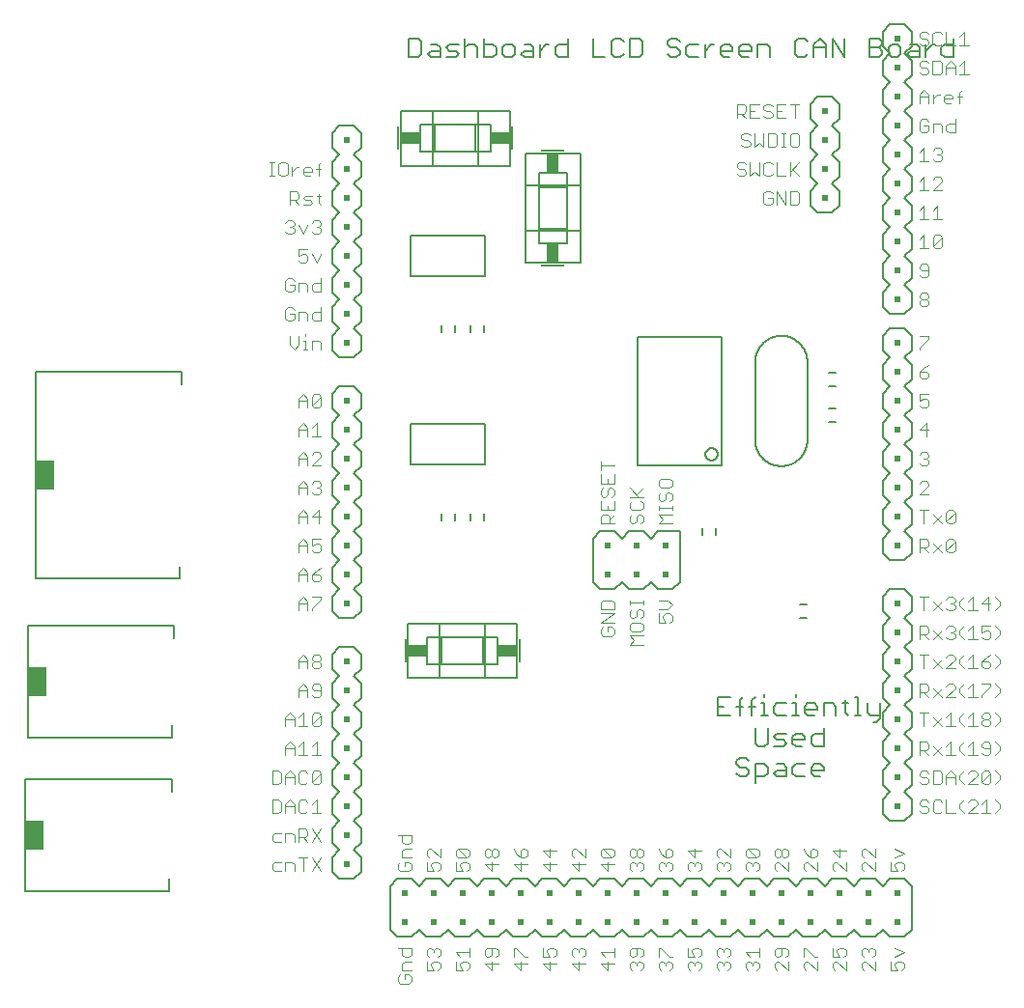
<source format=gto>
G75*
%MOIN*%
%OFA0B0*%
%FSLAX25Y25*%
%IPPOS*%
%LPD*%
%AMOC8*
5,1,8,0,0,1.08239X$1,22.5*
%
%ADD10C,0.00600*%
%ADD11C,0.00800*%
%ADD12R,0.05906X0.09843*%
%ADD13C,0.00787*%
%ADD14R,0.00787X0.07874*%
%ADD15R,0.05906X0.03937*%
%ADD16C,0.00500*%
%ADD17C,0.00400*%
%ADD18R,0.02000X0.02000*%
%ADD19C,0.00300*%
%ADD20R,0.07874X0.00787*%
%ADD21R,0.03937X0.05906*%
D10*
X0149438Y0162797D02*
X0149438Y0165160D01*
X0154162Y0165160D02*
X0154162Y0162797D01*
X0159438Y0162797D02*
X0159438Y0165160D01*
X0164162Y0165160D02*
X0164162Y0162797D01*
X0217350Y0181678D02*
X0246350Y0181678D01*
X0246350Y0226178D01*
X0217350Y0226178D01*
X0217350Y0181678D01*
X0239438Y0160160D02*
X0239438Y0157797D01*
X0244162Y0157797D02*
X0244162Y0160160D01*
X0240650Y0185578D02*
X0240652Y0185670D01*
X0240658Y0185761D01*
X0240668Y0185852D01*
X0240682Y0185943D01*
X0240700Y0186033D01*
X0240722Y0186122D01*
X0240747Y0186209D01*
X0240777Y0186296D01*
X0240810Y0186382D01*
X0240847Y0186465D01*
X0240887Y0186548D01*
X0240931Y0186628D01*
X0240979Y0186706D01*
X0241030Y0186783D01*
X0241084Y0186856D01*
X0241141Y0186928D01*
X0241202Y0186997D01*
X0241265Y0187063D01*
X0241331Y0187126D01*
X0241400Y0187187D01*
X0241472Y0187244D01*
X0241545Y0187298D01*
X0241622Y0187349D01*
X0241700Y0187397D01*
X0241780Y0187441D01*
X0241863Y0187481D01*
X0241946Y0187518D01*
X0242032Y0187551D01*
X0242119Y0187581D01*
X0242206Y0187606D01*
X0242295Y0187628D01*
X0242385Y0187646D01*
X0242476Y0187660D01*
X0242567Y0187670D01*
X0242658Y0187676D01*
X0242750Y0187678D01*
X0242842Y0187676D01*
X0242933Y0187670D01*
X0243024Y0187660D01*
X0243115Y0187646D01*
X0243205Y0187628D01*
X0243294Y0187606D01*
X0243381Y0187581D01*
X0243468Y0187551D01*
X0243554Y0187518D01*
X0243637Y0187481D01*
X0243720Y0187441D01*
X0243800Y0187397D01*
X0243878Y0187349D01*
X0243955Y0187298D01*
X0244028Y0187244D01*
X0244100Y0187187D01*
X0244169Y0187126D01*
X0244235Y0187063D01*
X0244298Y0186997D01*
X0244359Y0186928D01*
X0244416Y0186856D01*
X0244470Y0186783D01*
X0244521Y0186706D01*
X0244569Y0186628D01*
X0244613Y0186548D01*
X0244653Y0186465D01*
X0244690Y0186382D01*
X0244723Y0186296D01*
X0244753Y0186209D01*
X0244778Y0186122D01*
X0244800Y0186033D01*
X0244818Y0185943D01*
X0244832Y0185852D01*
X0244842Y0185761D01*
X0244848Y0185670D01*
X0244850Y0185578D01*
X0244848Y0185486D01*
X0244842Y0185395D01*
X0244832Y0185304D01*
X0244818Y0185213D01*
X0244800Y0185123D01*
X0244778Y0185034D01*
X0244753Y0184947D01*
X0244723Y0184860D01*
X0244690Y0184774D01*
X0244653Y0184691D01*
X0244613Y0184608D01*
X0244569Y0184528D01*
X0244521Y0184450D01*
X0244470Y0184373D01*
X0244416Y0184300D01*
X0244359Y0184228D01*
X0244298Y0184159D01*
X0244235Y0184093D01*
X0244169Y0184030D01*
X0244100Y0183969D01*
X0244028Y0183912D01*
X0243955Y0183858D01*
X0243878Y0183807D01*
X0243800Y0183759D01*
X0243720Y0183715D01*
X0243637Y0183675D01*
X0243554Y0183638D01*
X0243468Y0183605D01*
X0243381Y0183575D01*
X0243294Y0183550D01*
X0243205Y0183528D01*
X0243115Y0183510D01*
X0243024Y0183496D01*
X0242933Y0183486D01*
X0242842Y0183480D01*
X0242750Y0183478D01*
X0242658Y0183480D01*
X0242567Y0183486D01*
X0242476Y0183496D01*
X0242385Y0183510D01*
X0242295Y0183528D01*
X0242206Y0183550D01*
X0242119Y0183575D01*
X0242032Y0183605D01*
X0241946Y0183638D01*
X0241863Y0183675D01*
X0241780Y0183715D01*
X0241700Y0183759D01*
X0241622Y0183807D01*
X0241545Y0183858D01*
X0241472Y0183912D01*
X0241400Y0183969D01*
X0241331Y0184030D01*
X0241265Y0184093D01*
X0241202Y0184159D01*
X0241141Y0184228D01*
X0241084Y0184300D01*
X0241030Y0184373D01*
X0240979Y0184450D01*
X0240931Y0184528D01*
X0240887Y0184608D01*
X0240847Y0184691D01*
X0240810Y0184774D01*
X0240777Y0184860D01*
X0240747Y0184947D01*
X0240722Y0185034D01*
X0240700Y0185123D01*
X0240682Y0185213D01*
X0240668Y0185304D01*
X0240658Y0185395D01*
X0240652Y0185486D01*
X0240650Y0185578D01*
X0283119Y0196616D02*
X0285481Y0196616D01*
X0285481Y0201341D02*
X0283119Y0201341D01*
X0283119Y0209116D02*
X0285481Y0209116D01*
X0285481Y0213841D02*
X0283119Y0213841D01*
X0275481Y0133841D02*
X0273119Y0133841D01*
X0273119Y0129116D02*
X0275481Y0129116D01*
X0271762Y0102752D02*
X0271762Y0101684D01*
X0271762Y0099549D02*
X0271762Y0095278D01*
X0270694Y0095278D02*
X0272830Y0095278D01*
X0274991Y0096346D02*
X0274991Y0098481D01*
X0276059Y0099549D01*
X0278194Y0099549D01*
X0279262Y0098481D01*
X0279262Y0097414D01*
X0274991Y0097414D01*
X0274991Y0096346D02*
X0276059Y0095278D01*
X0278194Y0095278D01*
X0281437Y0095278D02*
X0281437Y0099549D01*
X0284640Y0099549D01*
X0285707Y0098481D01*
X0285707Y0095278D01*
X0288950Y0096346D02*
X0290018Y0095278D01*
X0288950Y0096346D02*
X0288950Y0100616D01*
X0287882Y0099549D02*
X0290018Y0099549D01*
X0292179Y0101684D02*
X0293247Y0101684D01*
X0293247Y0095278D01*
X0292179Y0095278D02*
X0294315Y0095278D01*
X0296476Y0096346D02*
X0297544Y0095278D01*
X0300747Y0095278D01*
X0300747Y0094211D02*
X0299679Y0093143D01*
X0298612Y0093143D01*
X0300747Y0094211D02*
X0300747Y0099549D01*
X0296476Y0099549D02*
X0296476Y0096346D01*
X0281410Y0091184D02*
X0281410Y0084778D01*
X0278208Y0084778D01*
X0277140Y0085846D01*
X0277140Y0087981D01*
X0278208Y0089049D01*
X0281410Y0089049D01*
X0274965Y0087981D02*
X0274965Y0086914D01*
X0270694Y0086914D01*
X0270694Y0087981D02*
X0271762Y0089049D01*
X0273897Y0089049D01*
X0274965Y0087981D01*
X0273897Y0084778D02*
X0271762Y0084778D01*
X0270694Y0085846D01*
X0270694Y0087981D01*
X0268519Y0089049D02*
X0265317Y0089049D01*
X0264249Y0087981D01*
X0265317Y0086914D01*
X0267452Y0086914D01*
X0268519Y0085846D01*
X0267452Y0084778D01*
X0264249Y0084778D01*
X0262074Y0085846D02*
X0262074Y0091184D01*
X0262087Y0095278D02*
X0259952Y0095278D01*
X0261020Y0095278D02*
X0261020Y0099549D01*
X0259952Y0099549D01*
X0261020Y0101684D02*
X0261020Y0102752D01*
X0257790Y0101684D02*
X0256723Y0100616D01*
X0256723Y0095278D01*
X0255655Y0098481D02*
X0257790Y0098481D01*
X0253493Y0098481D02*
X0251358Y0098481D01*
X0252426Y0100616D02*
X0252426Y0095278D01*
X0249183Y0095278D02*
X0244912Y0095278D01*
X0244912Y0101684D01*
X0249183Y0101684D01*
X0252426Y0100616D02*
X0253493Y0101684D01*
X0247048Y0098481D02*
X0244912Y0098481D01*
X0257803Y0091184D02*
X0257803Y0085846D01*
X0258871Y0084778D01*
X0261006Y0084778D01*
X0262074Y0085846D01*
X0261006Y0078549D02*
X0257803Y0078549D01*
X0257803Y0072143D01*
X0257803Y0074278D02*
X0261006Y0074278D01*
X0262074Y0075346D01*
X0262074Y0077481D01*
X0261006Y0078549D01*
X0265317Y0078549D02*
X0267452Y0078549D01*
X0268519Y0077481D01*
X0268519Y0074278D01*
X0265317Y0074278D01*
X0264249Y0075346D01*
X0265317Y0076414D01*
X0268519Y0076414D01*
X0270694Y0077481D02*
X0270694Y0075346D01*
X0271762Y0074278D01*
X0274965Y0074278D01*
X0277140Y0075346D02*
X0277140Y0077481D01*
X0278208Y0078549D01*
X0280343Y0078549D01*
X0281410Y0077481D01*
X0281410Y0076414D01*
X0277140Y0076414D01*
X0277140Y0075346D02*
X0278208Y0074278D01*
X0280343Y0074278D01*
X0274965Y0078549D02*
X0271762Y0078549D01*
X0270694Y0077481D01*
X0255628Y0076414D02*
X0255628Y0075346D01*
X0254561Y0074278D01*
X0252426Y0074278D01*
X0251358Y0075346D01*
X0252426Y0077481D02*
X0254561Y0077481D01*
X0255628Y0076414D01*
X0255628Y0079616D02*
X0254561Y0080684D01*
X0252426Y0080684D01*
X0251358Y0079616D01*
X0251358Y0078549D01*
X0252426Y0077481D01*
X0265317Y0095278D02*
X0268519Y0095278D01*
X0265317Y0095278D02*
X0264249Y0096346D01*
X0264249Y0098481D01*
X0265317Y0099549D01*
X0268519Y0099549D01*
X0270694Y0099549D02*
X0271762Y0099549D01*
X0164162Y0227797D02*
X0164162Y0230160D01*
X0159438Y0230160D02*
X0159438Y0227797D01*
X0154162Y0227797D02*
X0154162Y0230160D01*
X0149438Y0230160D02*
X0149438Y0227797D01*
X0149066Y0322716D02*
X0145863Y0322716D01*
X0144795Y0323784D01*
X0145863Y0324851D01*
X0149066Y0324851D01*
X0149066Y0325919D02*
X0149066Y0322716D01*
X0151241Y0322716D02*
X0154444Y0322716D01*
X0155511Y0323784D01*
X0154444Y0324851D01*
X0152309Y0324851D01*
X0151241Y0325919D01*
X0152309Y0326986D01*
X0155511Y0326986D01*
X0157686Y0325919D02*
X0158754Y0326986D01*
X0160889Y0326986D01*
X0161957Y0325919D01*
X0161957Y0322716D01*
X0164132Y0322716D02*
X0167335Y0322716D01*
X0168402Y0323784D01*
X0168402Y0325919D01*
X0167335Y0326986D01*
X0164132Y0326986D01*
X0164132Y0329121D02*
X0164132Y0322716D01*
X0157686Y0322716D02*
X0157686Y0329121D01*
X0149066Y0325919D02*
X0147998Y0326986D01*
X0145863Y0326986D01*
X0142620Y0328054D02*
X0142620Y0323784D01*
X0141553Y0322716D01*
X0138350Y0322716D01*
X0138350Y0329121D01*
X0141553Y0329121D01*
X0142620Y0328054D01*
X0170577Y0325919D02*
X0170577Y0323784D01*
X0171645Y0322716D01*
X0173780Y0322716D01*
X0174848Y0323784D01*
X0174848Y0325919D01*
X0173780Y0326986D01*
X0171645Y0326986D01*
X0170577Y0325919D01*
X0177023Y0323784D02*
X0178091Y0324851D01*
X0181293Y0324851D01*
X0181293Y0325919D02*
X0181293Y0322716D01*
X0178091Y0322716D01*
X0177023Y0323784D01*
X0178091Y0326986D02*
X0180226Y0326986D01*
X0181293Y0325919D01*
X0183468Y0326986D02*
X0183468Y0322716D01*
X0183468Y0324851D02*
X0185604Y0326986D01*
X0186671Y0326986D01*
X0188840Y0325919D02*
X0188840Y0323784D01*
X0189907Y0322716D01*
X0193110Y0322716D01*
X0193110Y0329121D01*
X0193110Y0326986D02*
X0189907Y0326986D01*
X0188840Y0325919D01*
X0201731Y0329121D02*
X0201731Y0322716D01*
X0206001Y0322716D01*
X0208176Y0323784D02*
X0208176Y0328054D01*
X0209244Y0329121D01*
X0211379Y0329121D01*
X0212447Y0328054D01*
X0214622Y0329121D02*
X0214622Y0322716D01*
X0217824Y0322716D01*
X0218892Y0323784D01*
X0218892Y0328054D01*
X0217824Y0329121D01*
X0214622Y0329121D01*
X0212447Y0323784D02*
X0211379Y0322716D01*
X0209244Y0322716D01*
X0208176Y0323784D01*
X0227513Y0323784D02*
X0228580Y0322716D01*
X0230715Y0322716D01*
X0231783Y0323784D01*
X0231783Y0324851D01*
X0230715Y0325919D01*
X0228580Y0325919D01*
X0227513Y0326986D01*
X0227513Y0328054D01*
X0228580Y0329121D01*
X0230715Y0329121D01*
X0231783Y0328054D01*
X0233958Y0325919D02*
X0233958Y0323784D01*
X0235026Y0322716D01*
X0238229Y0322716D01*
X0240404Y0322716D02*
X0240404Y0326986D01*
X0240404Y0324851D02*
X0242539Y0326986D01*
X0243606Y0326986D01*
X0245775Y0325919D02*
X0245775Y0323784D01*
X0246843Y0322716D01*
X0248978Y0322716D01*
X0250045Y0324851D02*
X0245775Y0324851D01*
X0245775Y0325919D02*
X0246843Y0326986D01*
X0248978Y0326986D01*
X0250045Y0325919D01*
X0250045Y0324851D01*
X0252220Y0324851D02*
X0256491Y0324851D01*
X0256491Y0325919D01*
X0255423Y0326986D01*
X0253288Y0326986D01*
X0252220Y0325919D01*
X0252220Y0323784D01*
X0253288Y0322716D01*
X0255423Y0322716D01*
X0258666Y0322716D02*
X0258666Y0326986D01*
X0261869Y0326986D01*
X0262936Y0325919D01*
X0262936Y0322716D01*
X0271557Y0323784D02*
X0272625Y0322716D01*
X0274760Y0322716D01*
X0275827Y0323784D01*
X0278002Y0322716D02*
X0278002Y0326986D01*
X0280138Y0329121D01*
X0282273Y0326986D01*
X0282273Y0322716D01*
X0284448Y0322716D02*
X0284448Y0329121D01*
X0288718Y0322716D01*
X0288718Y0329121D01*
X0282273Y0325919D02*
X0278002Y0325919D01*
X0275827Y0328054D02*
X0274760Y0329121D01*
X0272625Y0329121D01*
X0271557Y0328054D01*
X0271557Y0323784D01*
X0297339Y0322716D02*
X0300542Y0322716D01*
X0301609Y0323784D01*
X0301609Y0324851D01*
X0300542Y0325919D01*
X0297339Y0325919D01*
X0297339Y0329121D02*
X0297339Y0322716D01*
X0300542Y0325919D02*
X0301609Y0326986D01*
X0301609Y0328054D01*
X0300542Y0329121D01*
X0297339Y0329121D01*
X0303784Y0325919D02*
X0303784Y0323784D01*
X0304852Y0322716D01*
X0306987Y0322716D01*
X0308055Y0323784D01*
X0308055Y0325919D01*
X0306987Y0326986D01*
X0304852Y0326986D01*
X0303784Y0325919D01*
X0310230Y0323784D02*
X0311297Y0324851D01*
X0314500Y0324851D01*
X0314500Y0325919D02*
X0314500Y0322716D01*
X0311297Y0322716D01*
X0310230Y0323784D01*
X0311297Y0326986D02*
X0313433Y0326986D01*
X0314500Y0325919D01*
X0316675Y0326986D02*
X0316675Y0322716D01*
X0316675Y0324851D02*
X0318811Y0326986D01*
X0319878Y0326986D01*
X0322047Y0325919D02*
X0322047Y0323784D01*
X0323114Y0322716D01*
X0326317Y0322716D01*
X0326317Y0329121D01*
X0326317Y0326986D02*
X0323114Y0326986D01*
X0322047Y0325919D01*
X0238229Y0326986D02*
X0235026Y0326986D01*
X0233958Y0325919D01*
D11*
X0055652Y0034669D02*
X0006046Y0034669D01*
X0006046Y0073288D01*
X0056439Y0073288D01*
X0056439Y0068957D01*
X0056589Y0087794D02*
X0056589Y0092125D01*
X0056589Y0087794D02*
X0006983Y0087794D01*
X0006983Y0126413D01*
X0057377Y0126413D01*
X0057377Y0122082D01*
X0059089Y0142544D02*
X0059089Y0146875D01*
X0059089Y0142544D02*
X0009483Y0142544D01*
X0009483Y0214163D01*
X0059877Y0214163D01*
X0059877Y0209832D01*
X0138898Y0195978D02*
X0138898Y0181978D01*
X0164702Y0181978D01*
X0164702Y0195978D01*
X0138898Y0195978D01*
X0138898Y0246978D02*
X0138898Y0260978D01*
X0164702Y0260978D01*
X0164702Y0246978D01*
X0138898Y0246978D01*
X0257800Y0217478D02*
X0257800Y0190478D01*
X0257803Y0190259D01*
X0257811Y0190040D01*
X0257824Y0189821D01*
X0257843Y0189603D01*
X0257867Y0189385D01*
X0257896Y0189168D01*
X0257930Y0188951D01*
X0257970Y0188736D01*
X0258015Y0188521D01*
X0258066Y0188308D01*
X0258121Y0188096D01*
X0258182Y0187885D01*
X0258247Y0187676D01*
X0258318Y0187469D01*
X0258394Y0187263D01*
X0258475Y0187059D01*
X0258560Y0186857D01*
X0258651Y0186658D01*
X0258746Y0186461D01*
X0258847Y0186266D01*
X0258952Y0186073D01*
X0259061Y0185883D01*
X0259175Y0185696D01*
X0259294Y0185512D01*
X0259417Y0185331D01*
X0259545Y0185153D01*
X0259677Y0184977D01*
X0259813Y0184806D01*
X0259953Y0184637D01*
X0260097Y0184472D01*
X0260245Y0184311D01*
X0260397Y0184153D01*
X0260553Y0183999D01*
X0260713Y0183849D01*
X0260876Y0183702D01*
X0261043Y0183560D01*
X0261213Y0183422D01*
X0261387Y0183288D01*
X0261563Y0183158D01*
X0261743Y0183033D01*
X0261926Y0182912D01*
X0262112Y0182796D01*
X0262300Y0182684D01*
X0262491Y0182577D01*
X0262685Y0182474D01*
X0262881Y0182376D01*
X0263079Y0182283D01*
X0263280Y0182195D01*
X0263483Y0182112D01*
X0263688Y0182033D01*
X0263894Y0181960D01*
X0264102Y0181892D01*
X0264312Y0181829D01*
X0264524Y0181771D01*
X0264736Y0181718D01*
X0264950Y0181670D01*
X0265165Y0181628D01*
X0265381Y0181591D01*
X0265598Y0181559D01*
X0265816Y0181532D01*
X0266034Y0181511D01*
X0266252Y0181495D01*
X0266471Y0181484D01*
X0266690Y0181479D01*
X0266910Y0181479D01*
X0267129Y0181484D01*
X0267348Y0181495D01*
X0267566Y0181511D01*
X0267784Y0181532D01*
X0268002Y0181559D01*
X0268219Y0181591D01*
X0268435Y0181628D01*
X0268650Y0181670D01*
X0268864Y0181718D01*
X0269076Y0181771D01*
X0269288Y0181829D01*
X0269498Y0181892D01*
X0269706Y0181960D01*
X0269912Y0182033D01*
X0270117Y0182112D01*
X0270320Y0182195D01*
X0270521Y0182283D01*
X0270719Y0182376D01*
X0270915Y0182474D01*
X0271109Y0182577D01*
X0271300Y0182684D01*
X0271488Y0182796D01*
X0271674Y0182912D01*
X0271857Y0183033D01*
X0272037Y0183158D01*
X0272213Y0183288D01*
X0272387Y0183422D01*
X0272557Y0183560D01*
X0272724Y0183702D01*
X0272887Y0183849D01*
X0273047Y0183999D01*
X0273203Y0184153D01*
X0273355Y0184311D01*
X0273503Y0184472D01*
X0273647Y0184637D01*
X0273787Y0184806D01*
X0273923Y0184977D01*
X0274055Y0185153D01*
X0274183Y0185331D01*
X0274306Y0185512D01*
X0274425Y0185696D01*
X0274539Y0185883D01*
X0274648Y0186073D01*
X0274753Y0186266D01*
X0274854Y0186461D01*
X0274949Y0186658D01*
X0275040Y0186857D01*
X0275125Y0187059D01*
X0275206Y0187263D01*
X0275282Y0187469D01*
X0275353Y0187676D01*
X0275418Y0187885D01*
X0275479Y0188096D01*
X0275534Y0188308D01*
X0275585Y0188521D01*
X0275630Y0188736D01*
X0275670Y0188951D01*
X0275704Y0189168D01*
X0275733Y0189385D01*
X0275757Y0189603D01*
X0275776Y0189821D01*
X0275789Y0190040D01*
X0275797Y0190259D01*
X0275800Y0190478D01*
X0275800Y0217478D01*
X0275797Y0217697D01*
X0275789Y0217916D01*
X0275776Y0218135D01*
X0275757Y0218353D01*
X0275733Y0218571D01*
X0275704Y0218788D01*
X0275670Y0219005D01*
X0275630Y0219220D01*
X0275585Y0219435D01*
X0275534Y0219648D01*
X0275479Y0219860D01*
X0275418Y0220071D01*
X0275353Y0220280D01*
X0275282Y0220487D01*
X0275206Y0220693D01*
X0275125Y0220897D01*
X0275040Y0221099D01*
X0274949Y0221298D01*
X0274854Y0221495D01*
X0274753Y0221690D01*
X0274648Y0221883D01*
X0274539Y0222073D01*
X0274425Y0222260D01*
X0274306Y0222444D01*
X0274183Y0222625D01*
X0274055Y0222803D01*
X0273923Y0222979D01*
X0273787Y0223150D01*
X0273647Y0223319D01*
X0273503Y0223484D01*
X0273355Y0223645D01*
X0273203Y0223803D01*
X0273047Y0223957D01*
X0272887Y0224107D01*
X0272724Y0224254D01*
X0272557Y0224396D01*
X0272387Y0224534D01*
X0272213Y0224668D01*
X0272037Y0224798D01*
X0271857Y0224923D01*
X0271674Y0225044D01*
X0271488Y0225160D01*
X0271300Y0225272D01*
X0271109Y0225379D01*
X0270915Y0225482D01*
X0270719Y0225580D01*
X0270521Y0225673D01*
X0270320Y0225761D01*
X0270117Y0225844D01*
X0269912Y0225923D01*
X0269706Y0225996D01*
X0269498Y0226064D01*
X0269288Y0226127D01*
X0269076Y0226185D01*
X0268864Y0226238D01*
X0268650Y0226286D01*
X0268435Y0226328D01*
X0268219Y0226365D01*
X0268002Y0226397D01*
X0267784Y0226424D01*
X0267566Y0226445D01*
X0267348Y0226461D01*
X0267129Y0226472D01*
X0266910Y0226477D01*
X0266690Y0226477D01*
X0266471Y0226472D01*
X0266252Y0226461D01*
X0266034Y0226445D01*
X0265816Y0226424D01*
X0265598Y0226397D01*
X0265381Y0226365D01*
X0265165Y0226328D01*
X0264950Y0226286D01*
X0264736Y0226238D01*
X0264524Y0226185D01*
X0264312Y0226127D01*
X0264102Y0226064D01*
X0263894Y0225996D01*
X0263688Y0225923D01*
X0263483Y0225844D01*
X0263280Y0225761D01*
X0263079Y0225673D01*
X0262881Y0225580D01*
X0262685Y0225482D01*
X0262491Y0225379D01*
X0262300Y0225272D01*
X0262112Y0225160D01*
X0261926Y0225044D01*
X0261743Y0224923D01*
X0261563Y0224798D01*
X0261387Y0224668D01*
X0261213Y0224534D01*
X0261043Y0224396D01*
X0260876Y0224254D01*
X0260713Y0224107D01*
X0260553Y0223957D01*
X0260397Y0223803D01*
X0260245Y0223645D01*
X0260097Y0223484D01*
X0259953Y0223319D01*
X0259813Y0223150D01*
X0259677Y0222979D01*
X0259545Y0222803D01*
X0259417Y0222625D01*
X0259294Y0222444D01*
X0259175Y0222260D01*
X0259061Y0222073D01*
X0258952Y0221883D01*
X0258847Y0221690D01*
X0258746Y0221495D01*
X0258651Y0221298D01*
X0258560Y0221099D01*
X0258475Y0220897D01*
X0258394Y0220693D01*
X0258318Y0220487D01*
X0258247Y0220280D01*
X0258182Y0220071D01*
X0258121Y0219860D01*
X0258066Y0219648D01*
X0258015Y0219435D01*
X0257970Y0219220D01*
X0257930Y0219005D01*
X0257896Y0218788D01*
X0257867Y0218571D01*
X0257843Y0218353D01*
X0257824Y0218135D01*
X0257811Y0217916D01*
X0257803Y0217697D01*
X0257800Y0217478D01*
X0055652Y0039000D02*
X0055652Y0034669D01*
D12*
X0009392Y0053978D03*
X0010330Y0107103D03*
X0012830Y0178353D03*
D13*
X0137902Y0127177D02*
X0137902Y0108280D01*
X0148926Y0108280D01*
X0148926Y0127177D01*
X0137902Y0127177D01*
X0144595Y0122453D02*
X0144595Y0113004D01*
X0149713Y0113004D01*
X0149713Y0122453D01*
X0144595Y0122453D01*
X0149713Y0122453D02*
X0163887Y0122453D01*
X0163887Y0113004D01*
X0169005Y0113004D01*
X0169005Y0122453D01*
X0163887Y0122453D01*
X0164674Y0127177D02*
X0164674Y0108280D01*
X0175698Y0108280D01*
X0175698Y0127177D01*
X0164674Y0127177D01*
X0148926Y0127177D01*
X0149713Y0113004D02*
X0163887Y0113004D01*
X0164674Y0108280D02*
X0148926Y0108280D01*
X0178601Y0251643D02*
X0197499Y0251643D01*
X0197499Y0262667D01*
X0178601Y0262667D01*
X0178601Y0251643D01*
X0183326Y0258336D02*
X0192774Y0258336D01*
X0192774Y0263454D01*
X0183326Y0263454D01*
X0183326Y0258336D01*
X0178601Y0262667D02*
X0178601Y0278415D01*
X0197499Y0278415D01*
X0197499Y0289439D01*
X0178601Y0289439D01*
X0178601Y0278415D01*
X0183326Y0277628D02*
X0183326Y0282746D01*
X0192774Y0282746D01*
X0192774Y0277628D01*
X0183326Y0277628D01*
X0183326Y0263454D01*
X0192774Y0263454D02*
X0192774Y0277628D01*
X0197499Y0278415D02*
X0197499Y0262667D01*
X0173198Y0285155D02*
X0173198Y0304052D01*
X0162174Y0304052D01*
X0162174Y0285155D01*
X0173198Y0285155D01*
X0166505Y0289879D02*
X0166505Y0299328D01*
X0161387Y0299328D01*
X0161387Y0289879D01*
X0166505Y0289879D01*
X0161387Y0289879D02*
X0147213Y0289879D01*
X0147213Y0299328D01*
X0142095Y0299328D01*
X0142095Y0289879D01*
X0147213Y0289879D01*
X0146426Y0285155D02*
X0146426Y0304052D01*
X0135402Y0304052D01*
X0135402Y0285155D01*
X0146426Y0285155D01*
X0162174Y0285155D01*
X0161387Y0299328D02*
X0147213Y0299328D01*
X0146426Y0304052D02*
X0162174Y0304052D01*
D14*
X0173985Y0294603D03*
X0134615Y0294603D03*
X0137115Y0117728D03*
X0176485Y0117728D03*
D15*
X0172351Y0117728D03*
X0141249Y0117728D03*
X0138749Y0294603D03*
X0169851Y0294603D03*
D16*
X0121800Y0296478D02*
X0121800Y0291478D01*
X0119300Y0288978D01*
X0121800Y0286478D01*
X0121800Y0281478D01*
X0119300Y0278978D01*
X0121800Y0276478D01*
X0121800Y0271478D01*
X0119300Y0268978D01*
X0121800Y0266478D01*
X0121800Y0261478D01*
X0119300Y0258978D01*
X0121800Y0256478D01*
X0121800Y0251478D01*
X0119300Y0248978D01*
X0121800Y0246478D01*
X0121800Y0241478D01*
X0119300Y0238978D01*
X0121800Y0236478D01*
X0121800Y0231478D01*
X0119300Y0228978D01*
X0121800Y0226478D01*
X0121800Y0221478D01*
X0119300Y0218978D01*
X0114300Y0218978D01*
X0111800Y0221478D01*
X0111800Y0226478D01*
X0114300Y0228978D01*
X0111800Y0231478D01*
X0111800Y0236478D01*
X0114300Y0238978D01*
X0111800Y0241478D01*
X0111800Y0246478D01*
X0114300Y0248978D01*
X0111800Y0251478D01*
X0111800Y0256478D01*
X0114300Y0258978D01*
X0111800Y0261478D01*
X0111800Y0266478D01*
X0114300Y0268978D01*
X0111800Y0271478D01*
X0111800Y0276478D01*
X0114300Y0278978D01*
X0111800Y0281478D01*
X0111800Y0286478D01*
X0114300Y0288978D01*
X0111800Y0291478D01*
X0111800Y0296478D01*
X0114300Y0298978D01*
X0119300Y0298978D01*
X0121800Y0296478D01*
X0119300Y0208978D02*
X0114300Y0208978D01*
X0111800Y0206478D01*
X0111800Y0201478D01*
X0114300Y0198978D01*
X0111800Y0196478D01*
X0111800Y0191478D01*
X0114300Y0188978D01*
X0111800Y0186478D01*
X0111800Y0181478D01*
X0114300Y0178978D01*
X0111800Y0176478D01*
X0111800Y0171478D01*
X0114300Y0168978D01*
X0111800Y0166478D01*
X0111800Y0161478D01*
X0114300Y0158978D01*
X0111800Y0156478D01*
X0111800Y0151478D01*
X0114300Y0148978D01*
X0111800Y0146478D01*
X0111800Y0141478D01*
X0114300Y0138978D01*
X0111800Y0136478D01*
X0111800Y0131478D01*
X0114300Y0128978D01*
X0119300Y0128978D01*
X0121800Y0131478D01*
X0121800Y0136478D01*
X0119300Y0138978D01*
X0121800Y0141478D01*
X0121800Y0146478D01*
X0119300Y0148978D01*
X0121800Y0151478D01*
X0121800Y0156478D01*
X0119300Y0158978D01*
X0121800Y0161478D01*
X0121800Y0166478D01*
X0119300Y0168978D01*
X0121800Y0171478D01*
X0121800Y0176478D01*
X0119300Y0178978D01*
X0121800Y0181478D01*
X0121800Y0186478D01*
X0119300Y0188978D01*
X0121800Y0191478D01*
X0121800Y0196478D01*
X0119300Y0198978D01*
X0121800Y0201478D01*
X0121800Y0206478D01*
X0119300Y0208978D01*
X0201800Y0156478D02*
X0201800Y0141478D01*
X0204300Y0138978D01*
X0209300Y0138978D01*
X0211800Y0141478D01*
X0214300Y0138978D01*
X0219300Y0138978D01*
X0221800Y0141478D01*
X0224300Y0138978D01*
X0229300Y0138978D01*
X0231800Y0141478D01*
X0231800Y0158978D01*
X0224300Y0158978D01*
X0221800Y0156478D01*
X0219300Y0158978D01*
X0214300Y0158978D01*
X0211800Y0156478D01*
X0209300Y0158978D01*
X0204300Y0158978D01*
X0201800Y0156478D01*
X0121800Y0116478D02*
X0121800Y0111478D01*
X0119300Y0108978D01*
X0121800Y0106478D01*
X0121800Y0101478D01*
X0119300Y0098978D01*
X0121800Y0096478D01*
X0121800Y0091478D01*
X0119300Y0088978D01*
X0121800Y0086478D01*
X0121800Y0081478D01*
X0119300Y0078978D01*
X0121800Y0076478D01*
X0121800Y0071478D01*
X0119300Y0068978D01*
X0121800Y0066478D01*
X0121800Y0061478D01*
X0119300Y0058978D01*
X0121800Y0056478D01*
X0121800Y0051478D01*
X0119300Y0048978D01*
X0121800Y0046478D01*
X0121800Y0041478D01*
X0119300Y0038978D01*
X0114300Y0038978D01*
X0111800Y0041478D01*
X0111800Y0046478D01*
X0114300Y0048978D01*
X0111800Y0051478D01*
X0111800Y0056478D01*
X0114300Y0058978D01*
X0111800Y0061478D01*
X0111800Y0066478D01*
X0114300Y0068978D01*
X0111800Y0071478D01*
X0111800Y0076478D01*
X0114300Y0078978D01*
X0111800Y0081478D01*
X0111800Y0086478D01*
X0114300Y0088978D01*
X0111800Y0091478D01*
X0111800Y0096478D01*
X0114300Y0098978D01*
X0111800Y0101478D01*
X0111800Y0106478D01*
X0114300Y0108978D01*
X0111800Y0111478D01*
X0111800Y0116478D01*
X0114300Y0118978D01*
X0119300Y0118978D01*
X0121800Y0116478D01*
X0134300Y0038978D02*
X0131800Y0036478D01*
X0131800Y0021478D01*
X0134300Y0018978D01*
X0139300Y0018978D01*
X0141800Y0021478D01*
X0144300Y0018978D01*
X0149300Y0018978D01*
X0151800Y0021478D01*
X0154300Y0018978D01*
X0159300Y0018978D01*
X0161800Y0021478D01*
X0164300Y0018978D01*
X0169300Y0018978D01*
X0171800Y0021478D01*
X0174300Y0018978D01*
X0179300Y0018978D01*
X0181800Y0021478D01*
X0184300Y0018978D01*
X0189300Y0018978D01*
X0191800Y0021478D01*
X0194300Y0018978D01*
X0199300Y0018978D01*
X0201800Y0021478D01*
X0204300Y0018978D01*
X0209300Y0018978D01*
X0211800Y0021478D01*
X0214300Y0018978D01*
X0219300Y0018978D01*
X0221800Y0021478D01*
X0224300Y0018978D01*
X0229300Y0018978D01*
X0231800Y0021478D01*
X0234300Y0018978D01*
X0239300Y0018978D01*
X0241800Y0021478D01*
X0244300Y0018978D01*
X0249300Y0018978D01*
X0251800Y0021478D01*
X0254300Y0018978D01*
X0259300Y0018978D01*
X0261800Y0021478D01*
X0264300Y0018978D01*
X0269300Y0018978D01*
X0271800Y0021478D01*
X0274300Y0018978D01*
X0279300Y0018978D01*
X0281800Y0021478D01*
X0284300Y0018978D01*
X0289300Y0018978D01*
X0291800Y0021478D01*
X0294300Y0018978D01*
X0299300Y0018978D01*
X0301800Y0021478D01*
X0304300Y0018978D01*
X0309300Y0018978D01*
X0311800Y0021478D01*
X0311800Y0036478D01*
X0309300Y0038978D01*
X0304300Y0038978D01*
X0301800Y0036478D01*
X0299300Y0038978D01*
X0294300Y0038978D01*
X0291800Y0036478D01*
X0289300Y0038978D01*
X0284300Y0038978D01*
X0281800Y0036478D01*
X0279300Y0038978D01*
X0274300Y0038978D01*
X0271800Y0036478D01*
X0269300Y0038978D01*
X0264300Y0038978D01*
X0261800Y0036478D01*
X0259300Y0038978D01*
X0254300Y0038978D01*
X0251800Y0036478D01*
X0249300Y0038978D01*
X0244300Y0038978D01*
X0241800Y0036478D01*
X0239300Y0038978D01*
X0234300Y0038978D01*
X0231800Y0036478D01*
X0229300Y0038978D01*
X0224300Y0038978D01*
X0221800Y0036478D01*
X0219300Y0038978D01*
X0214300Y0038978D01*
X0211800Y0036478D01*
X0209300Y0038978D01*
X0204300Y0038978D01*
X0201800Y0036478D01*
X0199300Y0038978D01*
X0194300Y0038978D01*
X0191800Y0036478D01*
X0189300Y0038978D01*
X0184300Y0038978D01*
X0181800Y0036478D01*
X0179300Y0038978D01*
X0174300Y0038978D01*
X0171800Y0036478D01*
X0169300Y0038978D01*
X0164300Y0038978D01*
X0161800Y0036478D01*
X0159300Y0038978D01*
X0154300Y0038978D01*
X0151800Y0036478D01*
X0149300Y0038978D01*
X0144300Y0038978D01*
X0141800Y0036478D01*
X0139300Y0038978D01*
X0134300Y0038978D01*
X0301800Y0061478D02*
X0304300Y0058978D01*
X0309300Y0058978D01*
X0311800Y0061478D01*
X0311800Y0066478D01*
X0309300Y0068978D01*
X0311800Y0071478D01*
X0311800Y0076478D01*
X0309300Y0078978D01*
X0311800Y0081478D01*
X0311800Y0086478D01*
X0309300Y0088978D01*
X0311800Y0091478D01*
X0311800Y0096478D01*
X0309300Y0098978D01*
X0311800Y0101478D01*
X0311800Y0106478D01*
X0309300Y0108978D01*
X0311800Y0111478D01*
X0311800Y0116478D01*
X0309300Y0118978D01*
X0311800Y0121478D01*
X0311800Y0126478D01*
X0309300Y0128978D01*
X0311800Y0131478D01*
X0311800Y0136478D01*
X0309300Y0138978D01*
X0304300Y0138978D01*
X0301800Y0136478D01*
X0301800Y0131478D01*
X0304300Y0128978D01*
X0301800Y0126478D01*
X0301800Y0121478D01*
X0304300Y0118978D01*
X0301800Y0116478D01*
X0301800Y0111478D01*
X0304300Y0108978D01*
X0301800Y0106478D01*
X0301800Y0101478D01*
X0304300Y0098978D01*
X0301800Y0096478D01*
X0301800Y0091478D01*
X0304300Y0088978D01*
X0301800Y0086478D01*
X0301800Y0081478D01*
X0304300Y0078978D01*
X0301800Y0076478D01*
X0301800Y0071478D01*
X0304300Y0068978D01*
X0301800Y0066478D01*
X0301800Y0061478D01*
X0304300Y0148978D02*
X0301800Y0151478D01*
X0301800Y0156478D01*
X0304300Y0158978D01*
X0301800Y0161478D01*
X0301800Y0166478D01*
X0304300Y0168978D01*
X0301800Y0171478D01*
X0301800Y0176478D01*
X0304300Y0178978D01*
X0301800Y0181478D01*
X0301800Y0186478D01*
X0304300Y0188978D01*
X0301800Y0191478D01*
X0301800Y0196478D01*
X0304300Y0198978D01*
X0301800Y0201478D01*
X0301800Y0206478D01*
X0304300Y0208978D01*
X0301800Y0211478D01*
X0301800Y0216478D01*
X0304300Y0218978D01*
X0301800Y0221478D01*
X0301800Y0226478D01*
X0304300Y0228978D01*
X0309300Y0228978D01*
X0311800Y0226478D01*
X0311800Y0221478D01*
X0309300Y0218978D01*
X0311800Y0216478D01*
X0311800Y0211478D01*
X0309300Y0208978D01*
X0311800Y0206478D01*
X0311800Y0201478D01*
X0309300Y0198978D01*
X0311800Y0196478D01*
X0311800Y0191478D01*
X0309300Y0188978D01*
X0311800Y0186478D01*
X0311800Y0181478D01*
X0309300Y0178978D01*
X0311800Y0176478D01*
X0311800Y0171478D01*
X0309300Y0168978D01*
X0311800Y0166478D01*
X0311800Y0161478D01*
X0309300Y0158978D01*
X0311800Y0156478D01*
X0311800Y0151478D01*
X0309300Y0148978D01*
X0304300Y0148978D01*
X0304300Y0233978D02*
X0301800Y0236478D01*
X0301800Y0241478D01*
X0304300Y0243978D01*
X0301800Y0246478D01*
X0301800Y0251478D01*
X0304300Y0253978D01*
X0301800Y0256478D01*
X0301800Y0261478D01*
X0304300Y0263978D01*
X0301800Y0266478D01*
X0301800Y0271478D01*
X0304300Y0273978D01*
X0301800Y0276478D01*
X0301800Y0281478D01*
X0304300Y0283978D01*
X0301800Y0286478D01*
X0301800Y0291478D01*
X0304300Y0293978D01*
X0301800Y0296478D01*
X0301800Y0301478D01*
X0304300Y0303978D01*
X0301800Y0306478D01*
X0301800Y0311478D01*
X0304300Y0313978D01*
X0301800Y0316478D01*
X0301800Y0321478D01*
X0304300Y0323978D01*
X0301800Y0326478D01*
X0301800Y0331478D01*
X0304300Y0333978D01*
X0309300Y0333978D01*
X0311800Y0331478D01*
X0311800Y0326478D01*
X0309300Y0323978D01*
X0311800Y0321478D01*
X0311800Y0316478D01*
X0309300Y0313978D01*
X0311800Y0311478D01*
X0311800Y0306478D01*
X0309300Y0303978D01*
X0311800Y0301478D01*
X0311800Y0296478D01*
X0309300Y0293978D01*
X0311800Y0291478D01*
X0311800Y0286478D01*
X0309300Y0283978D01*
X0311800Y0281478D01*
X0311800Y0276478D01*
X0309300Y0273978D01*
X0311800Y0271478D01*
X0311800Y0266478D01*
X0309300Y0263978D01*
X0311800Y0261478D01*
X0311800Y0256478D01*
X0309300Y0253978D01*
X0311800Y0251478D01*
X0311800Y0246478D01*
X0309300Y0243978D01*
X0311800Y0241478D01*
X0311800Y0236478D01*
X0309300Y0233978D01*
X0304300Y0233978D01*
X0284300Y0268978D02*
X0279300Y0268978D01*
X0276800Y0271478D01*
X0276800Y0276478D01*
X0279300Y0278978D01*
X0276800Y0281478D01*
X0276800Y0286478D01*
X0279300Y0288978D01*
X0276800Y0291478D01*
X0276800Y0296478D01*
X0279300Y0298978D01*
X0276800Y0301478D01*
X0276800Y0306478D01*
X0279300Y0308978D01*
X0284300Y0308978D01*
X0286800Y0306478D01*
X0286800Y0301478D01*
X0284300Y0298978D01*
X0286800Y0296478D01*
X0286800Y0291478D01*
X0284300Y0288978D01*
X0286800Y0286478D01*
X0286800Y0281478D01*
X0284300Y0278978D01*
X0286800Y0276478D01*
X0286800Y0271478D01*
X0284300Y0268978D01*
D17*
X0314500Y0269748D02*
X0316035Y0271282D01*
X0316035Y0266678D01*
X0317569Y0266678D02*
X0314500Y0266678D01*
X0319104Y0266678D02*
X0322173Y0266678D01*
X0320639Y0266678D02*
X0320639Y0271282D01*
X0319104Y0269748D01*
X0319104Y0276678D02*
X0322173Y0279748D01*
X0322173Y0280515D01*
X0321406Y0281282D01*
X0319871Y0281282D01*
X0319104Y0280515D01*
X0316035Y0281282D02*
X0316035Y0276678D01*
X0317569Y0276678D02*
X0314500Y0276678D01*
X0314500Y0279748D02*
X0316035Y0281282D01*
X0316035Y0286678D02*
X0316035Y0291282D01*
X0314500Y0289748D01*
X0314500Y0286678D02*
X0317569Y0286678D01*
X0319104Y0287446D02*
X0319871Y0286678D01*
X0321406Y0286678D01*
X0322173Y0287446D01*
X0322173Y0288213D01*
X0321406Y0288980D01*
X0320639Y0288980D01*
X0321406Y0288980D02*
X0322173Y0289748D01*
X0322173Y0290515D01*
X0321406Y0291282D01*
X0319871Y0291282D01*
X0319104Y0290515D01*
X0319104Y0296678D02*
X0319104Y0299748D01*
X0321406Y0299748D01*
X0322173Y0298980D01*
X0322173Y0296678D01*
X0323708Y0297446D02*
X0324475Y0296678D01*
X0326777Y0296678D01*
X0326777Y0301282D01*
X0326777Y0299748D02*
X0324475Y0299748D01*
X0323708Y0298980D01*
X0323708Y0297446D01*
X0317569Y0297446D02*
X0316802Y0296678D01*
X0315267Y0296678D01*
X0314500Y0297446D01*
X0314500Y0300515D01*
X0315267Y0301282D01*
X0316802Y0301282D01*
X0317569Y0300515D01*
X0317569Y0298980D02*
X0316035Y0298980D01*
X0317569Y0298980D02*
X0317569Y0297446D01*
X0317569Y0306678D02*
X0317569Y0309748D01*
X0316035Y0311282D01*
X0314500Y0309748D01*
X0314500Y0306678D01*
X0314500Y0308980D02*
X0317569Y0308980D01*
X0319104Y0308213D02*
X0320639Y0309748D01*
X0321406Y0309748D01*
X0322941Y0308980D02*
X0322941Y0307446D01*
X0323708Y0306678D01*
X0325242Y0306678D01*
X0326010Y0308213D02*
X0322941Y0308213D01*
X0322941Y0308980D02*
X0323708Y0309748D01*
X0325242Y0309748D01*
X0326010Y0308980D01*
X0326010Y0308213D01*
X0327544Y0308980D02*
X0329079Y0308980D01*
X0328312Y0310515D02*
X0328312Y0306678D01*
X0328312Y0310515D02*
X0329079Y0311282D01*
X0319104Y0309748D02*
X0319104Y0306678D01*
X0319104Y0276678D02*
X0322173Y0276678D01*
X0321406Y0261282D02*
X0322173Y0260515D01*
X0319104Y0257446D01*
X0319871Y0256678D01*
X0321406Y0256678D01*
X0322173Y0257446D01*
X0322173Y0260515D01*
X0321406Y0261282D02*
X0319871Y0261282D01*
X0319104Y0260515D01*
X0319104Y0257446D01*
X0317569Y0256678D02*
X0314500Y0256678D01*
X0316035Y0256678D02*
X0316035Y0261282D01*
X0314500Y0259748D01*
X0315267Y0251282D02*
X0314500Y0250515D01*
X0314500Y0249748D01*
X0315267Y0248980D01*
X0317569Y0248980D01*
X0317569Y0247446D02*
X0317569Y0250515D01*
X0316802Y0251282D01*
X0315267Y0251282D01*
X0314500Y0247446D02*
X0315267Y0246678D01*
X0316802Y0246678D01*
X0317569Y0247446D01*
X0316802Y0241282D02*
X0317569Y0240515D01*
X0317569Y0239748D01*
X0316802Y0238980D01*
X0315267Y0238980D01*
X0314500Y0239748D01*
X0314500Y0240515D01*
X0315267Y0241282D01*
X0316802Y0241282D01*
X0316802Y0238980D02*
X0317569Y0238213D01*
X0317569Y0237446D01*
X0316802Y0236678D01*
X0315267Y0236678D01*
X0314500Y0237446D01*
X0314500Y0238213D01*
X0315267Y0238980D01*
X0314500Y0226282D02*
X0317569Y0226282D01*
X0317569Y0225515D01*
X0314500Y0222446D01*
X0314500Y0221678D01*
X0317569Y0216282D02*
X0316035Y0215515D01*
X0314500Y0213980D01*
X0316802Y0213980D01*
X0317569Y0213213D01*
X0317569Y0212446D01*
X0316802Y0211678D01*
X0315267Y0211678D01*
X0314500Y0212446D01*
X0314500Y0213980D01*
X0314500Y0206282D02*
X0314500Y0203980D01*
X0316035Y0204748D01*
X0316802Y0204748D01*
X0317569Y0203980D01*
X0317569Y0202446D01*
X0316802Y0201678D01*
X0315267Y0201678D01*
X0314500Y0202446D01*
X0314500Y0206282D02*
X0317569Y0206282D01*
X0316802Y0196282D02*
X0314500Y0193980D01*
X0317569Y0193980D01*
X0316802Y0191678D02*
X0316802Y0196282D01*
X0316802Y0186282D02*
X0317569Y0185515D01*
X0317569Y0184748D01*
X0316802Y0183980D01*
X0317569Y0183213D01*
X0317569Y0182446D01*
X0316802Y0181678D01*
X0315267Y0181678D01*
X0314500Y0182446D01*
X0316035Y0183980D02*
X0316802Y0183980D01*
X0316802Y0186282D02*
X0315267Y0186282D01*
X0314500Y0185515D01*
X0315267Y0176282D02*
X0314500Y0175515D01*
X0315267Y0176282D02*
X0316802Y0176282D01*
X0317569Y0175515D01*
X0317569Y0174748D01*
X0314500Y0171678D01*
X0317569Y0171678D01*
X0317569Y0166282D02*
X0314500Y0166282D01*
X0316035Y0166282D02*
X0316035Y0161678D01*
X0319104Y0161678D02*
X0322173Y0164748D01*
X0323708Y0165515D02*
X0324475Y0166282D01*
X0326010Y0166282D01*
X0326777Y0165515D01*
X0323708Y0162446D01*
X0324475Y0161678D01*
X0326010Y0161678D01*
X0326777Y0162446D01*
X0326777Y0165515D01*
X0323708Y0165515D02*
X0323708Y0162446D01*
X0322173Y0161678D02*
X0319104Y0164748D01*
X0316802Y0156282D02*
X0314500Y0156282D01*
X0314500Y0151678D01*
X0314500Y0153213D02*
X0316802Y0153213D01*
X0317569Y0153980D01*
X0317569Y0155515D01*
X0316802Y0156282D01*
X0319104Y0154748D02*
X0322173Y0151678D01*
X0323708Y0152446D02*
X0324475Y0151678D01*
X0326010Y0151678D01*
X0326777Y0152446D01*
X0326777Y0155515D01*
X0323708Y0152446D01*
X0323708Y0155515D01*
X0324475Y0156282D01*
X0326010Y0156282D01*
X0326777Y0155515D01*
X0322173Y0154748D02*
X0319104Y0151678D01*
X0317569Y0151678D02*
X0316035Y0153213D01*
X0316035Y0136282D02*
X0316035Y0131678D01*
X0319104Y0131678D02*
X0322173Y0134748D01*
X0323708Y0135515D02*
X0324475Y0136282D01*
X0326010Y0136282D01*
X0326777Y0135515D01*
X0326777Y0134748D01*
X0326010Y0133980D01*
X0326777Y0133213D01*
X0326777Y0132446D01*
X0326010Y0131678D01*
X0324475Y0131678D01*
X0323708Y0132446D01*
X0322173Y0131678D02*
X0319104Y0134748D01*
X0317569Y0136282D02*
X0314500Y0136282D01*
X0314500Y0126282D02*
X0316802Y0126282D01*
X0317569Y0125515D01*
X0317569Y0123980D01*
X0316802Y0123213D01*
X0314500Y0123213D01*
X0314500Y0121678D02*
X0314500Y0126282D01*
X0316035Y0123213D02*
X0317569Y0121678D01*
X0319104Y0121678D02*
X0322173Y0124748D01*
X0323708Y0125515D02*
X0324475Y0126282D01*
X0326010Y0126282D01*
X0326777Y0125515D01*
X0326777Y0124748D01*
X0326010Y0123980D01*
X0326777Y0123213D01*
X0326777Y0122446D01*
X0326010Y0121678D01*
X0324475Y0121678D01*
X0323708Y0122446D01*
X0322173Y0121678D02*
X0319104Y0124748D01*
X0325242Y0123980D02*
X0326010Y0123980D01*
X0328312Y0123213D02*
X0328312Y0124748D01*
X0329846Y0126282D01*
X0331381Y0124748D02*
X0332916Y0126282D01*
X0332916Y0121678D01*
X0334450Y0121678D02*
X0331381Y0121678D01*
X0329846Y0121678D02*
X0328312Y0123213D01*
X0329846Y0116282D02*
X0328312Y0114748D01*
X0328312Y0113213D01*
X0329846Y0111678D01*
X0331381Y0111678D02*
X0334450Y0111678D01*
X0332916Y0111678D02*
X0332916Y0116282D01*
X0331381Y0114748D01*
X0326777Y0114748D02*
X0326777Y0115515D01*
X0326010Y0116282D01*
X0324475Y0116282D01*
X0323708Y0115515D01*
X0322173Y0114748D02*
X0319104Y0111678D01*
X0322173Y0111678D02*
X0319104Y0114748D01*
X0317569Y0116282D02*
X0314500Y0116282D01*
X0316035Y0116282D02*
X0316035Y0111678D01*
X0316802Y0106282D02*
X0314500Y0106282D01*
X0314500Y0101678D01*
X0314500Y0103213D02*
X0316802Y0103213D01*
X0317569Y0103980D01*
X0317569Y0105515D01*
X0316802Y0106282D01*
X0319104Y0104748D02*
X0322173Y0101678D01*
X0323708Y0101678D02*
X0326777Y0104748D01*
X0326777Y0105515D01*
X0326010Y0106282D01*
X0324475Y0106282D01*
X0323708Y0105515D01*
X0322173Y0104748D02*
X0319104Y0101678D01*
X0317569Y0101678D02*
X0316035Y0103213D01*
X0316035Y0096282D02*
X0316035Y0091678D01*
X0319104Y0091678D02*
X0322173Y0094748D01*
X0323708Y0094748D02*
X0325242Y0096282D01*
X0325242Y0091678D01*
X0323708Y0091678D02*
X0326777Y0091678D01*
X0328312Y0093213D02*
X0328312Y0094748D01*
X0329846Y0096282D01*
X0331381Y0094748D02*
X0332916Y0096282D01*
X0332916Y0091678D01*
X0334450Y0091678D02*
X0331381Y0091678D01*
X0329846Y0091678D02*
X0328312Y0093213D01*
X0322173Y0091678D02*
X0319104Y0094748D01*
X0317569Y0096282D02*
X0314500Y0096282D01*
X0314500Y0086282D02*
X0316802Y0086282D01*
X0317569Y0085515D01*
X0317569Y0083980D01*
X0316802Y0083213D01*
X0314500Y0083213D01*
X0314500Y0081678D02*
X0314500Y0086282D01*
X0316035Y0083213D02*
X0317569Y0081678D01*
X0319104Y0081678D02*
X0322173Y0084748D01*
X0323708Y0084748D02*
X0325242Y0086282D01*
X0325242Y0081678D01*
X0323708Y0081678D02*
X0326777Y0081678D01*
X0328312Y0083213D02*
X0328312Y0084748D01*
X0329846Y0086282D01*
X0331381Y0084748D02*
X0332916Y0086282D01*
X0332916Y0081678D01*
X0334450Y0081678D02*
X0331381Y0081678D01*
X0329846Y0081678D02*
X0328312Y0083213D01*
X0322173Y0081678D02*
X0319104Y0084748D01*
X0319104Y0076282D02*
X0321406Y0076282D01*
X0322173Y0075515D01*
X0322173Y0072446D01*
X0321406Y0071678D01*
X0319104Y0071678D01*
X0319104Y0076282D01*
X0317569Y0075515D02*
X0316802Y0076282D01*
X0315267Y0076282D01*
X0314500Y0075515D01*
X0314500Y0074748D01*
X0315267Y0073980D01*
X0316802Y0073980D01*
X0317569Y0073213D01*
X0317569Y0072446D01*
X0316802Y0071678D01*
X0315267Y0071678D01*
X0314500Y0072446D01*
X0315267Y0066282D02*
X0314500Y0065515D01*
X0314500Y0064748D01*
X0315267Y0063980D01*
X0316802Y0063980D01*
X0317569Y0063213D01*
X0317569Y0062446D01*
X0316802Y0061678D01*
X0315267Y0061678D01*
X0314500Y0062446D01*
X0315267Y0066282D02*
X0316802Y0066282D01*
X0317569Y0065515D01*
X0319104Y0065515D02*
X0319871Y0066282D01*
X0321406Y0066282D01*
X0322173Y0065515D01*
X0323708Y0066282D02*
X0323708Y0061678D01*
X0326777Y0061678D01*
X0328312Y0063213D02*
X0328312Y0064748D01*
X0329846Y0066282D01*
X0331381Y0065515D02*
X0332148Y0066282D01*
X0333683Y0066282D01*
X0334450Y0065515D01*
X0334450Y0064748D01*
X0331381Y0061678D01*
X0334450Y0061678D01*
X0335985Y0061678D02*
X0339054Y0061678D01*
X0337520Y0061678D02*
X0337520Y0066282D01*
X0335985Y0064748D01*
X0340589Y0066282D02*
X0342124Y0064748D01*
X0342124Y0063213D01*
X0340589Y0061678D01*
X0340589Y0071678D02*
X0342124Y0073213D01*
X0342124Y0074748D01*
X0340589Y0076282D01*
X0339054Y0075515D02*
X0335985Y0072446D01*
X0336752Y0071678D01*
X0338287Y0071678D01*
X0339054Y0072446D01*
X0339054Y0075515D01*
X0338287Y0076282D01*
X0336752Y0076282D01*
X0335985Y0075515D01*
X0335985Y0072446D01*
X0334450Y0071678D02*
X0331381Y0071678D01*
X0334450Y0074748D01*
X0334450Y0075515D01*
X0333683Y0076282D01*
X0332148Y0076282D01*
X0331381Y0075515D01*
X0329846Y0076282D02*
X0328312Y0074748D01*
X0328312Y0073213D01*
X0329846Y0071678D01*
X0326777Y0071678D02*
X0326777Y0074748D01*
X0325242Y0076282D01*
X0323708Y0074748D01*
X0323708Y0071678D01*
X0323708Y0073980D02*
X0326777Y0073980D01*
X0328312Y0063213D02*
X0329846Y0061678D01*
X0322173Y0062446D02*
X0321406Y0061678D01*
X0319871Y0061678D01*
X0319104Y0062446D01*
X0319104Y0065515D01*
X0309100Y0047817D02*
X0306031Y0049352D01*
X0306031Y0046282D02*
X0309100Y0047817D01*
X0308333Y0044748D02*
X0306798Y0044748D01*
X0306031Y0043980D01*
X0306031Y0043213D01*
X0306798Y0041678D01*
X0304496Y0041678D01*
X0304496Y0044748D01*
X0299100Y0044748D02*
X0299100Y0041678D01*
X0296031Y0044748D01*
X0295263Y0044748D01*
X0294496Y0043980D01*
X0294496Y0042446D01*
X0295263Y0041678D01*
X0295263Y0046282D02*
X0294496Y0047050D01*
X0294496Y0048584D01*
X0295263Y0049352D01*
X0296031Y0049352D01*
X0299100Y0046282D01*
X0299100Y0049352D01*
X0289100Y0048584D02*
X0284496Y0048584D01*
X0286798Y0046282D01*
X0286798Y0049352D01*
X0286031Y0044748D02*
X0285263Y0044748D01*
X0284496Y0043980D01*
X0284496Y0042446D01*
X0285263Y0041678D01*
X0286031Y0044748D02*
X0289100Y0041678D01*
X0289100Y0044748D01*
X0279100Y0044748D02*
X0279100Y0041678D01*
X0276031Y0044748D01*
X0275263Y0044748D01*
X0274496Y0043980D01*
X0274496Y0042446D01*
X0275263Y0041678D01*
X0276798Y0046282D02*
X0276798Y0048584D01*
X0277565Y0049352D01*
X0278333Y0049352D01*
X0279100Y0048584D01*
X0279100Y0047050D01*
X0278333Y0046282D01*
X0276798Y0046282D01*
X0275263Y0047817D01*
X0274496Y0049352D01*
X0269100Y0048584D02*
X0269100Y0047050D01*
X0268333Y0046282D01*
X0267565Y0046282D01*
X0266798Y0047050D01*
X0266798Y0048584D01*
X0267565Y0049352D01*
X0268333Y0049352D01*
X0269100Y0048584D01*
X0266798Y0048584D02*
X0266031Y0049352D01*
X0265263Y0049352D01*
X0264496Y0048584D01*
X0264496Y0047050D01*
X0265263Y0046282D01*
X0266031Y0046282D01*
X0266798Y0047050D01*
X0266031Y0044748D02*
X0265263Y0044748D01*
X0264496Y0043980D01*
X0264496Y0042446D01*
X0265263Y0041678D01*
X0266031Y0044748D02*
X0269100Y0041678D01*
X0269100Y0044748D01*
X0259100Y0043980D02*
X0259100Y0042446D01*
X0258333Y0041678D01*
X0256798Y0043213D02*
X0256798Y0043980D01*
X0257565Y0044748D01*
X0258333Y0044748D01*
X0259100Y0043980D01*
X0256798Y0043980D02*
X0256031Y0044748D01*
X0255263Y0044748D01*
X0254496Y0043980D01*
X0254496Y0042446D01*
X0255263Y0041678D01*
X0255263Y0046282D02*
X0254496Y0047050D01*
X0254496Y0048584D01*
X0255263Y0049352D01*
X0258333Y0046282D01*
X0259100Y0047050D01*
X0259100Y0048584D01*
X0258333Y0049352D01*
X0255263Y0049352D01*
X0255263Y0046282D02*
X0258333Y0046282D01*
X0249100Y0046282D02*
X0246031Y0049352D01*
X0245263Y0049352D01*
X0244496Y0048584D01*
X0244496Y0047050D01*
X0245263Y0046282D01*
X0245263Y0044748D02*
X0246031Y0044748D01*
X0246798Y0043980D01*
X0247565Y0044748D01*
X0248333Y0044748D01*
X0249100Y0043980D01*
X0249100Y0042446D01*
X0248333Y0041678D01*
X0246798Y0043213D02*
X0246798Y0043980D01*
X0245263Y0044748D02*
X0244496Y0043980D01*
X0244496Y0042446D01*
X0245263Y0041678D01*
X0249100Y0046282D02*
X0249100Y0049352D01*
X0239100Y0048584D02*
X0234496Y0048584D01*
X0236798Y0046282D01*
X0236798Y0049352D01*
X0236031Y0044748D02*
X0235263Y0044748D01*
X0234496Y0043980D01*
X0234496Y0042446D01*
X0235263Y0041678D01*
X0236798Y0043213D02*
X0236798Y0043980D01*
X0237565Y0044748D01*
X0238333Y0044748D01*
X0239100Y0043980D01*
X0239100Y0042446D01*
X0238333Y0041678D01*
X0236798Y0043980D02*
X0236031Y0044748D01*
X0229100Y0043980D02*
X0229100Y0042446D01*
X0228333Y0041678D01*
X0226798Y0043213D02*
X0226798Y0043980D01*
X0227565Y0044748D01*
X0228333Y0044748D01*
X0229100Y0043980D01*
X0226798Y0043980D02*
X0226031Y0044748D01*
X0225263Y0044748D01*
X0224496Y0043980D01*
X0224496Y0042446D01*
X0225263Y0041678D01*
X0226798Y0046282D02*
X0226798Y0048584D01*
X0227565Y0049352D01*
X0228333Y0049352D01*
X0229100Y0048584D01*
X0229100Y0047050D01*
X0228333Y0046282D01*
X0226798Y0046282D01*
X0225263Y0047817D01*
X0224496Y0049352D01*
X0219100Y0048584D02*
X0219100Y0047050D01*
X0218333Y0046282D01*
X0217565Y0046282D01*
X0216798Y0047050D01*
X0216798Y0048584D01*
X0217565Y0049352D01*
X0218333Y0049352D01*
X0219100Y0048584D01*
X0216798Y0048584D02*
X0216031Y0049352D01*
X0215263Y0049352D01*
X0214496Y0048584D01*
X0214496Y0047050D01*
X0215263Y0046282D01*
X0216031Y0046282D01*
X0216798Y0047050D01*
X0216031Y0044748D02*
X0216798Y0043980D01*
X0217565Y0044748D01*
X0218333Y0044748D01*
X0219100Y0043980D01*
X0219100Y0042446D01*
X0218333Y0041678D01*
X0216798Y0043213D02*
X0216798Y0043980D01*
X0216031Y0044748D02*
X0215263Y0044748D01*
X0214496Y0043980D01*
X0214496Y0042446D01*
X0215263Y0041678D01*
X0209100Y0043980D02*
X0204496Y0043980D01*
X0206798Y0041678D01*
X0206798Y0044748D01*
X0205263Y0046282D02*
X0204496Y0047050D01*
X0204496Y0048584D01*
X0205263Y0049352D01*
X0208333Y0046282D01*
X0209100Y0047050D01*
X0209100Y0048584D01*
X0208333Y0049352D01*
X0205263Y0049352D01*
X0205263Y0046282D02*
X0208333Y0046282D01*
X0199100Y0046282D02*
X0196031Y0049352D01*
X0195263Y0049352D01*
X0194496Y0048584D01*
X0194496Y0047050D01*
X0195263Y0046282D01*
X0196798Y0044748D02*
X0196798Y0041678D01*
X0194496Y0043980D01*
X0199100Y0043980D01*
X0199100Y0046282D02*
X0199100Y0049352D01*
X0189100Y0048584D02*
X0184496Y0048584D01*
X0186798Y0046282D01*
X0186798Y0049352D01*
X0186798Y0044748D02*
X0186798Y0041678D01*
X0184496Y0043980D01*
X0189100Y0043980D01*
X0179100Y0043980D02*
X0174496Y0043980D01*
X0176798Y0041678D01*
X0176798Y0044748D01*
X0176798Y0046282D02*
X0175263Y0047817D01*
X0174496Y0049352D01*
X0176798Y0048584D02*
X0176798Y0046282D01*
X0178333Y0046282D01*
X0179100Y0047050D01*
X0179100Y0048584D01*
X0178333Y0049352D01*
X0177565Y0049352D01*
X0176798Y0048584D01*
X0169100Y0048584D02*
X0169100Y0047050D01*
X0168333Y0046282D01*
X0167565Y0046282D01*
X0166798Y0047050D01*
X0166798Y0048584D01*
X0167565Y0049352D01*
X0168333Y0049352D01*
X0169100Y0048584D01*
X0166798Y0048584D02*
X0166031Y0049352D01*
X0165263Y0049352D01*
X0164496Y0048584D01*
X0164496Y0047050D01*
X0165263Y0046282D01*
X0166031Y0046282D01*
X0166798Y0047050D01*
X0166798Y0044748D02*
X0166798Y0041678D01*
X0164496Y0043980D01*
X0169100Y0043980D01*
X0159100Y0043980D02*
X0159100Y0042446D01*
X0158333Y0041678D01*
X0156798Y0041678D02*
X0156031Y0043213D01*
X0156031Y0043980D01*
X0156798Y0044748D01*
X0158333Y0044748D01*
X0159100Y0043980D01*
X0158333Y0046282D02*
X0155263Y0046282D01*
X0154496Y0047050D01*
X0154496Y0048584D01*
X0155263Y0049352D01*
X0158333Y0046282D01*
X0159100Y0047050D01*
X0159100Y0048584D01*
X0158333Y0049352D01*
X0155263Y0049352D01*
X0149100Y0049352D02*
X0149100Y0046282D01*
X0146031Y0049352D01*
X0145263Y0049352D01*
X0144496Y0048584D01*
X0144496Y0047050D01*
X0145263Y0046282D01*
X0144496Y0044748D02*
X0144496Y0041678D01*
X0146798Y0041678D01*
X0146031Y0043213D01*
X0146031Y0043980D01*
X0146798Y0044748D01*
X0148333Y0044748D01*
X0149100Y0043980D01*
X0149100Y0042446D01*
X0148333Y0041678D01*
X0154496Y0041678D02*
X0156798Y0041678D01*
X0154496Y0041678D02*
X0154496Y0044748D01*
X0139100Y0043980D02*
X0138333Y0044748D01*
X0136798Y0044748D01*
X0136798Y0043213D01*
X0135263Y0041678D02*
X0138333Y0041678D01*
X0139100Y0042446D01*
X0139100Y0043980D01*
X0139100Y0046282D02*
X0136031Y0046282D01*
X0136031Y0048584D01*
X0136798Y0049352D01*
X0139100Y0049352D01*
X0138333Y0050886D02*
X0139100Y0051654D01*
X0139100Y0053956D01*
X0134496Y0053956D01*
X0136031Y0053956D02*
X0136031Y0051654D01*
X0136798Y0050886D01*
X0138333Y0050886D01*
X0135263Y0044748D02*
X0134496Y0043980D01*
X0134496Y0042446D01*
X0135263Y0041678D01*
X0134496Y0015144D02*
X0139100Y0015144D01*
X0139100Y0012842D01*
X0138333Y0012075D01*
X0136798Y0012075D01*
X0136031Y0012842D01*
X0136031Y0015144D01*
X0136798Y0010540D02*
X0139100Y0010540D01*
X0136798Y0010540D02*
X0136031Y0009773D01*
X0136031Y0007471D01*
X0139100Y0007471D01*
X0138333Y0005936D02*
X0136798Y0005936D01*
X0136798Y0004401D01*
X0135263Y0002867D02*
X0138333Y0002867D01*
X0139100Y0003634D01*
X0139100Y0005169D01*
X0138333Y0005936D01*
X0135263Y0005936D02*
X0134496Y0005169D01*
X0134496Y0003634D01*
X0135263Y0002867D01*
X0144496Y0007471D02*
X0146798Y0007471D01*
X0146031Y0009005D01*
X0146031Y0009773D01*
X0146798Y0010540D01*
X0148333Y0010540D01*
X0149100Y0009773D01*
X0149100Y0008238D01*
X0148333Y0007471D01*
X0144496Y0007471D02*
X0144496Y0010540D01*
X0145263Y0012075D02*
X0144496Y0012842D01*
X0144496Y0014376D01*
X0145263Y0015144D01*
X0146031Y0015144D01*
X0146798Y0014376D01*
X0147565Y0015144D01*
X0148333Y0015144D01*
X0149100Y0014376D01*
X0149100Y0012842D01*
X0148333Y0012075D01*
X0146798Y0013609D02*
X0146798Y0014376D01*
X0154496Y0013609D02*
X0159100Y0013609D01*
X0159100Y0012075D02*
X0159100Y0015144D01*
X0156031Y0012075D02*
X0154496Y0013609D01*
X0154496Y0010540D02*
X0154496Y0007471D01*
X0156798Y0007471D01*
X0156031Y0009005D01*
X0156031Y0009773D01*
X0156798Y0010540D01*
X0158333Y0010540D01*
X0159100Y0009773D01*
X0159100Y0008238D01*
X0158333Y0007471D01*
X0164496Y0009773D02*
X0166798Y0007471D01*
X0166798Y0010540D01*
X0166031Y0012075D02*
X0166798Y0012842D01*
X0166798Y0015144D01*
X0168333Y0015144D02*
X0165263Y0015144D01*
X0164496Y0014376D01*
X0164496Y0012842D01*
X0165263Y0012075D01*
X0166031Y0012075D01*
X0168333Y0012075D02*
X0169100Y0012842D01*
X0169100Y0014376D01*
X0168333Y0015144D01*
X0169100Y0009773D02*
X0164496Y0009773D01*
X0174496Y0009773D02*
X0176798Y0007471D01*
X0176798Y0010540D01*
X0178333Y0012075D02*
X0179100Y0012075D01*
X0178333Y0012075D02*
X0175263Y0015144D01*
X0174496Y0015144D01*
X0174496Y0012075D01*
X0174496Y0009773D02*
X0179100Y0009773D01*
X0184496Y0009773D02*
X0186798Y0007471D01*
X0186798Y0010540D01*
X0186798Y0012075D02*
X0186031Y0013609D01*
X0186031Y0014376D01*
X0186798Y0015144D01*
X0188333Y0015144D01*
X0189100Y0014376D01*
X0189100Y0012842D01*
X0188333Y0012075D01*
X0186798Y0012075D02*
X0184496Y0012075D01*
X0184496Y0015144D01*
X0184496Y0009773D02*
X0189100Y0009773D01*
X0194496Y0009773D02*
X0196798Y0007471D01*
X0196798Y0010540D01*
X0195263Y0012075D02*
X0194496Y0012842D01*
X0194496Y0014376D01*
X0195263Y0015144D01*
X0196031Y0015144D01*
X0196798Y0014376D01*
X0197565Y0015144D01*
X0198333Y0015144D01*
X0199100Y0014376D01*
X0199100Y0012842D01*
X0198333Y0012075D01*
X0196798Y0013609D02*
X0196798Y0014376D01*
X0199100Y0009773D02*
X0194496Y0009773D01*
X0204496Y0009773D02*
X0206798Y0007471D01*
X0206798Y0010540D01*
X0206031Y0012075D02*
X0204496Y0013609D01*
X0209100Y0013609D01*
X0209100Y0012075D02*
X0209100Y0015144D01*
X0214496Y0014376D02*
X0214496Y0012842D01*
X0215263Y0012075D01*
X0216031Y0012075D01*
X0216798Y0012842D01*
X0216798Y0015144D01*
X0215263Y0015144D02*
X0214496Y0014376D01*
X0215263Y0015144D02*
X0218333Y0015144D01*
X0219100Y0014376D01*
X0219100Y0012842D01*
X0218333Y0012075D01*
X0218333Y0010540D02*
X0219100Y0009773D01*
X0219100Y0008238D01*
X0218333Y0007471D01*
X0216798Y0009005D02*
X0216798Y0009773D01*
X0217565Y0010540D01*
X0218333Y0010540D01*
X0216798Y0009773D02*
X0216031Y0010540D01*
X0215263Y0010540D01*
X0214496Y0009773D01*
X0214496Y0008238D01*
X0215263Y0007471D01*
X0209100Y0009773D02*
X0204496Y0009773D01*
X0224496Y0009773D02*
X0225263Y0010540D01*
X0226031Y0010540D01*
X0226798Y0009773D01*
X0227565Y0010540D01*
X0228333Y0010540D01*
X0229100Y0009773D01*
X0229100Y0008238D01*
X0228333Y0007471D01*
X0226798Y0009005D02*
X0226798Y0009773D01*
X0224496Y0009773D02*
X0224496Y0008238D01*
X0225263Y0007471D01*
X0224496Y0012075D02*
X0224496Y0015144D01*
X0225263Y0015144D01*
X0228333Y0012075D01*
X0229100Y0012075D01*
X0234496Y0012075D02*
X0234496Y0015144D01*
X0236031Y0014376D02*
X0236031Y0013609D01*
X0236798Y0012075D01*
X0234496Y0012075D01*
X0235263Y0010540D02*
X0236031Y0010540D01*
X0236798Y0009773D01*
X0237565Y0010540D01*
X0238333Y0010540D01*
X0239100Y0009773D01*
X0239100Y0008238D01*
X0238333Y0007471D01*
X0236798Y0009005D02*
X0236798Y0009773D01*
X0235263Y0010540D02*
X0234496Y0009773D01*
X0234496Y0008238D01*
X0235263Y0007471D01*
X0238333Y0012075D02*
X0239100Y0012842D01*
X0239100Y0014376D01*
X0238333Y0015144D01*
X0236798Y0015144D01*
X0236031Y0014376D01*
X0244496Y0014376D02*
X0244496Y0012842D01*
X0245263Y0012075D01*
X0245263Y0010540D02*
X0246031Y0010540D01*
X0246798Y0009773D01*
X0247565Y0010540D01*
X0248333Y0010540D01*
X0249100Y0009773D01*
X0249100Y0008238D01*
X0248333Y0007471D01*
X0246798Y0009005D02*
X0246798Y0009773D01*
X0245263Y0010540D02*
X0244496Y0009773D01*
X0244496Y0008238D01*
X0245263Y0007471D01*
X0248333Y0012075D02*
X0249100Y0012842D01*
X0249100Y0014376D01*
X0248333Y0015144D01*
X0247565Y0015144D01*
X0246798Y0014376D01*
X0246798Y0013609D01*
X0246798Y0014376D02*
X0246031Y0015144D01*
X0245263Y0015144D01*
X0244496Y0014376D01*
X0254496Y0013609D02*
X0259100Y0013609D01*
X0259100Y0012075D02*
X0259100Y0015144D01*
X0256031Y0012075D02*
X0254496Y0013609D01*
X0255263Y0010540D02*
X0256031Y0010540D01*
X0256798Y0009773D01*
X0257565Y0010540D01*
X0258333Y0010540D01*
X0259100Y0009773D01*
X0259100Y0008238D01*
X0258333Y0007471D01*
X0256798Y0009005D02*
X0256798Y0009773D01*
X0255263Y0010540D02*
X0254496Y0009773D01*
X0254496Y0008238D01*
X0255263Y0007471D01*
X0264496Y0008238D02*
X0265263Y0007471D01*
X0264496Y0008238D02*
X0264496Y0009773D01*
X0265263Y0010540D01*
X0266031Y0010540D01*
X0269100Y0007471D01*
X0269100Y0010540D01*
X0268333Y0012075D02*
X0269100Y0012842D01*
X0269100Y0014376D01*
X0268333Y0015144D01*
X0265263Y0015144D01*
X0264496Y0014376D01*
X0264496Y0012842D01*
X0265263Y0012075D01*
X0266031Y0012075D01*
X0266798Y0012842D01*
X0266798Y0015144D01*
X0274496Y0015144D02*
X0274496Y0012075D01*
X0275263Y0010540D02*
X0274496Y0009773D01*
X0274496Y0008238D01*
X0275263Y0007471D01*
X0275263Y0010540D02*
X0276031Y0010540D01*
X0279100Y0007471D01*
X0279100Y0010540D01*
X0279100Y0012075D02*
X0278333Y0012075D01*
X0275263Y0015144D01*
X0274496Y0015144D01*
X0284496Y0015144D02*
X0284496Y0012075D01*
X0286798Y0012075D01*
X0286031Y0013609D01*
X0286031Y0014376D01*
X0286798Y0015144D01*
X0288333Y0015144D01*
X0289100Y0014376D01*
X0289100Y0012842D01*
X0288333Y0012075D01*
X0289100Y0010540D02*
X0289100Y0007471D01*
X0286031Y0010540D01*
X0285263Y0010540D01*
X0284496Y0009773D01*
X0284496Y0008238D01*
X0285263Y0007471D01*
X0294496Y0008238D02*
X0295263Y0007471D01*
X0294496Y0008238D02*
X0294496Y0009773D01*
X0295263Y0010540D01*
X0296031Y0010540D01*
X0299100Y0007471D01*
X0299100Y0010540D01*
X0298333Y0012075D02*
X0299100Y0012842D01*
X0299100Y0014376D01*
X0298333Y0015144D01*
X0297565Y0015144D01*
X0296798Y0014376D01*
X0296798Y0013609D01*
X0296798Y0014376D02*
X0296031Y0015144D01*
X0295263Y0015144D01*
X0294496Y0014376D01*
X0294496Y0012842D01*
X0295263Y0012075D01*
X0304496Y0010540D02*
X0304496Y0007471D01*
X0306798Y0007471D01*
X0306031Y0009005D01*
X0306031Y0009773D01*
X0306798Y0010540D01*
X0308333Y0010540D01*
X0309100Y0009773D01*
X0309100Y0008238D01*
X0308333Y0007471D01*
X0306031Y0012075D02*
X0309100Y0013609D01*
X0306031Y0015144D01*
X0308333Y0041678D02*
X0309100Y0042446D01*
X0309100Y0043980D01*
X0308333Y0044748D01*
X0336752Y0081678D02*
X0338287Y0081678D01*
X0339054Y0082446D01*
X0339054Y0085515D01*
X0338287Y0086282D01*
X0336752Y0086282D01*
X0335985Y0085515D01*
X0335985Y0084748D01*
X0336752Y0083980D01*
X0339054Y0083980D01*
X0340589Y0081678D02*
X0342124Y0083213D01*
X0342124Y0084748D01*
X0340589Y0086282D01*
X0335985Y0082446D02*
X0336752Y0081678D01*
X0336752Y0091678D02*
X0335985Y0092446D01*
X0335985Y0093213D01*
X0336752Y0093980D01*
X0338287Y0093980D01*
X0339054Y0093213D01*
X0339054Y0092446D01*
X0338287Y0091678D01*
X0336752Y0091678D01*
X0336752Y0093980D02*
X0335985Y0094748D01*
X0335985Y0095515D01*
X0336752Y0096282D01*
X0338287Y0096282D01*
X0339054Y0095515D01*
X0339054Y0094748D01*
X0338287Y0093980D01*
X0340589Y0091678D02*
X0342124Y0093213D01*
X0342124Y0094748D01*
X0340589Y0096282D01*
X0340589Y0101678D02*
X0342124Y0103213D01*
X0342124Y0104748D01*
X0340589Y0106282D01*
X0339054Y0106282D02*
X0339054Y0105515D01*
X0335985Y0102446D01*
X0335985Y0101678D01*
X0334450Y0101678D02*
X0331381Y0101678D01*
X0329846Y0101678D02*
X0328312Y0103213D01*
X0328312Y0104748D01*
X0329846Y0106282D01*
X0331381Y0104748D02*
X0332916Y0106282D01*
X0332916Y0101678D01*
X0335985Y0106282D02*
X0339054Y0106282D01*
X0338287Y0111678D02*
X0339054Y0112446D01*
X0339054Y0113213D01*
X0338287Y0113980D01*
X0335985Y0113980D01*
X0335985Y0112446D01*
X0336752Y0111678D01*
X0338287Y0111678D01*
X0340589Y0111678D02*
X0342124Y0113213D01*
X0342124Y0114748D01*
X0340589Y0116282D01*
X0339054Y0116282D02*
X0337520Y0115515D01*
X0335985Y0113980D01*
X0336752Y0121678D02*
X0335985Y0122446D01*
X0336752Y0121678D02*
X0338287Y0121678D01*
X0339054Y0122446D01*
X0339054Y0123980D01*
X0338287Y0124748D01*
X0337520Y0124748D01*
X0335985Y0123980D01*
X0335985Y0126282D01*
X0339054Y0126282D01*
X0340589Y0126282D02*
X0342124Y0124748D01*
X0342124Y0123213D01*
X0340589Y0121678D01*
X0340589Y0131678D02*
X0342124Y0133213D01*
X0342124Y0134748D01*
X0340589Y0136282D01*
X0338287Y0136282D02*
X0335985Y0133980D01*
X0339054Y0133980D01*
X0338287Y0131678D02*
X0338287Y0136282D01*
X0332916Y0136282D02*
X0332916Y0131678D01*
X0334450Y0131678D02*
X0331381Y0131678D01*
X0329846Y0131678D02*
X0328312Y0133213D01*
X0328312Y0134748D01*
X0329846Y0136282D01*
X0331381Y0134748D02*
X0332916Y0136282D01*
X0326010Y0133980D02*
X0325242Y0133980D01*
X0326777Y0114748D02*
X0323708Y0111678D01*
X0326777Y0111678D01*
X0326777Y0101678D02*
X0323708Y0101678D01*
X0107965Y0102446D02*
X0107965Y0105515D01*
X0107198Y0106282D01*
X0105663Y0106282D01*
X0104896Y0105515D01*
X0104896Y0104748D01*
X0105663Y0103980D01*
X0107965Y0103980D01*
X0107965Y0102446D02*
X0107198Y0101678D01*
X0105663Y0101678D01*
X0104896Y0102446D01*
X0103361Y0101678D02*
X0103361Y0104748D01*
X0101827Y0106282D01*
X0100292Y0104748D01*
X0100292Y0101678D01*
X0100292Y0103980D02*
X0103361Y0103980D01*
X0103361Y0111678D02*
X0103361Y0114748D01*
X0101827Y0116282D01*
X0100292Y0114748D01*
X0100292Y0111678D01*
X0100292Y0113980D02*
X0103361Y0113980D01*
X0104896Y0113213D02*
X0105663Y0113980D01*
X0107198Y0113980D01*
X0107965Y0113213D01*
X0107965Y0112446D01*
X0107198Y0111678D01*
X0105663Y0111678D01*
X0104896Y0112446D01*
X0104896Y0113213D01*
X0105663Y0113980D02*
X0104896Y0114748D01*
X0104896Y0115515D01*
X0105663Y0116282D01*
X0107198Y0116282D01*
X0107965Y0115515D01*
X0107965Y0114748D01*
X0107198Y0113980D01*
X0107198Y0096282D02*
X0107965Y0095515D01*
X0104896Y0092446D01*
X0105663Y0091678D01*
X0107198Y0091678D01*
X0107965Y0092446D01*
X0107965Y0095515D01*
X0107198Y0096282D02*
X0105663Y0096282D01*
X0104896Y0095515D01*
X0104896Y0092446D01*
X0103361Y0091678D02*
X0100292Y0091678D01*
X0098757Y0091678D02*
X0098757Y0094748D01*
X0097223Y0096282D01*
X0095688Y0094748D01*
X0095688Y0091678D01*
X0095688Y0093980D02*
X0098757Y0093980D01*
X0100292Y0094748D02*
X0101827Y0096282D01*
X0101827Y0091678D01*
X0101827Y0086282D02*
X0100292Y0084748D01*
X0098757Y0084748D02*
X0098757Y0081678D01*
X0100292Y0081678D02*
X0103361Y0081678D01*
X0101827Y0081678D02*
X0101827Y0086282D01*
X0104896Y0084748D02*
X0106431Y0086282D01*
X0106431Y0081678D01*
X0107965Y0081678D02*
X0104896Y0081678D01*
X0105663Y0076282D02*
X0107198Y0076282D01*
X0107965Y0075515D01*
X0104896Y0072446D01*
X0105663Y0071678D01*
X0107198Y0071678D01*
X0107965Y0072446D01*
X0107965Y0075515D01*
X0105663Y0076282D02*
X0104896Y0075515D01*
X0104896Y0072446D01*
X0103361Y0072446D02*
X0102594Y0071678D01*
X0101059Y0071678D01*
X0100292Y0072446D01*
X0100292Y0075515D01*
X0101059Y0076282D01*
X0102594Y0076282D01*
X0103361Y0075515D01*
X0098757Y0074748D02*
X0098757Y0071678D01*
X0098757Y0073980D02*
X0095688Y0073980D01*
X0095688Y0074748D02*
X0097223Y0076282D01*
X0098757Y0074748D01*
X0095688Y0074748D02*
X0095688Y0071678D01*
X0094154Y0072446D02*
X0094154Y0075515D01*
X0093386Y0076282D01*
X0091084Y0076282D01*
X0091084Y0071678D01*
X0093386Y0071678D01*
X0094154Y0072446D01*
X0093386Y0066282D02*
X0091084Y0066282D01*
X0091084Y0061678D01*
X0093386Y0061678D01*
X0094154Y0062446D01*
X0094154Y0065515D01*
X0093386Y0066282D01*
X0095688Y0064748D02*
X0097223Y0066282D01*
X0098757Y0064748D01*
X0098757Y0061678D01*
X0100292Y0062446D02*
X0101059Y0061678D01*
X0102594Y0061678D01*
X0103361Y0062446D01*
X0104896Y0061678D02*
X0107965Y0061678D01*
X0106431Y0061678D02*
X0106431Y0066282D01*
X0104896Y0064748D01*
X0103361Y0065515D02*
X0102594Y0066282D01*
X0101059Y0066282D01*
X0100292Y0065515D01*
X0100292Y0062446D01*
X0098757Y0063980D02*
X0095688Y0063980D01*
X0095688Y0064748D02*
X0095688Y0061678D01*
X0100292Y0056282D02*
X0102594Y0056282D01*
X0103361Y0055515D01*
X0103361Y0053980D01*
X0102594Y0053213D01*
X0100292Y0053213D01*
X0100292Y0051678D02*
X0100292Y0056282D01*
X0098757Y0053980D02*
X0098757Y0051678D01*
X0098757Y0053980D02*
X0097990Y0054748D01*
X0095688Y0054748D01*
X0095688Y0051678D01*
X0094154Y0051678D02*
X0091852Y0051678D01*
X0091084Y0052446D01*
X0091084Y0053980D01*
X0091852Y0054748D01*
X0094154Y0054748D01*
X0101827Y0053213D02*
X0103361Y0051678D01*
X0104896Y0051678D02*
X0107965Y0056282D01*
X0104896Y0056282D02*
X0107965Y0051678D01*
X0107965Y0046282D02*
X0104896Y0041678D01*
X0101827Y0041678D02*
X0101827Y0046282D01*
X0103361Y0046282D02*
X0100292Y0046282D01*
X0098757Y0043980D02*
X0098757Y0041678D01*
X0098757Y0043980D02*
X0097990Y0044748D01*
X0095688Y0044748D01*
X0095688Y0041678D01*
X0094154Y0041678D02*
X0091852Y0041678D01*
X0091084Y0042446D01*
X0091084Y0043980D01*
X0091852Y0044748D01*
X0094154Y0044748D01*
X0104896Y0046282D02*
X0107965Y0041678D01*
X0095688Y0081678D02*
X0095688Y0084748D01*
X0097223Y0086282D01*
X0098757Y0084748D01*
X0098757Y0083980D02*
X0095688Y0083980D01*
X0100292Y0131678D02*
X0100292Y0134748D01*
X0101827Y0136282D01*
X0103361Y0134748D01*
X0103361Y0131678D01*
X0104896Y0131678D02*
X0104896Y0132446D01*
X0107965Y0135515D01*
X0107965Y0136282D01*
X0104896Y0136282D01*
X0103361Y0133980D02*
X0100292Y0133980D01*
X0100292Y0141678D02*
X0100292Y0144748D01*
X0101827Y0146282D01*
X0103361Y0144748D01*
X0103361Y0141678D01*
X0104896Y0142446D02*
X0105663Y0141678D01*
X0107198Y0141678D01*
X0107965Y0142446D01*
X0107965Y0143213D01*
X0107198Y0143980D01*
X0104896Y0143980D01*
X0104896Y0142446D01*
X0104896Y0143980D02*
X0106431Y0145515D01*
X0107965Y0146282D01*
X0107198Y0151678D02*
X0105663Y0151678D01*
X0104896Y0152446D01*
X0104896Y0153980D02*
X0106431Y0154748D01*
X0107198Y0154748D01*
X0107965Y0153980D01*
X0107965Y0152446D01*
X0107198Y0151678D01*
X0104896Y0153980D02*
X0104896Y0156282D01*
X0107965Y0156282D01*
X0107198Y0161678D02*
X0107198Y0166282D01*
X0104896Y0163980D01*
X0107965Y0163980D01*
X0103361Y0163980D02*
X0100292Y0163980D01*
X0100292Y0164748D02*
X0101827Y0166282D01*
X0103361Y0164748D01*
X0103361Y0161678D01*
X0100292Y0161678D02*
X0100292Y0164748D01*
X0100292Y0171678D02*
X0100292Y0174748D01*
X0101827Y0176282D01*
X0103361Y0174748D01*
X0103361Y0171678D01*
X0104896Y0172446D02*
X0105663Y0171678D01*
X0107198Y0171678D01*
X0107965Y0172446D01*
X0107965Y0173213D01*
X0107198Y0173980D01*
X0106431Y0173980D01*
X0107198Y0173980D02*
X0107965Y0174748D01*
X0107965Y0175515D01*
X0107198Y0176282D01*
X0105663Y0176282D01*
X0104896Y0175515D01*
X0103361Y0173980D02*
X0100292Y0173980D01*
X0100292Y0181678D02*
X0100292Y0184748D01*
X0101827Y0186282D01*
X0103361Y0184748D01*
X0103361Y0181678D01*
X0104896Y0181678D02*
X0107965Y0184748D01*
X0107965Y0185515D01*
X0107198Y0186282D01*
X0105663Y0186282D01*
X0104896Y0185515D01*
X0103361Y0183980D02*
X0100292Y0183980D01*
X0104896Y0181678D02*
X0107965Y0181678D01*
X0107965Y0191678D02*
X0104896Y0191678D01*
X0103361Y0191678D02*
X0103361Y0194748D01*
X0101827Y0196282D01*
X0100292Y0194748D01*
X0100292Y0191678D01*
X0100292Y0193980D02*
X0103361Y0193980D01*
X0104896Y0194748D02*
X0106431Y0196282D01*
X0106431Y0191678D01*
X0107198Y0201678D02*
X0105663Y0201678D01*
X0104896Y0202446D01*
X0107965Y0205515D01*
X0107965Y0202446D01*
X0107198Y0201678D01*
X0104896Y0202446D02*
X0104896Y0205515D01*
X0105663Y0206282D01*
X0107198Y0206282D01*
X0107965Y0205515D01*
X0103361Y0204748D02*
X0103361Y0201678D01*
X0103361Y0203980D02*
X0100292Y0203980D01*
X0100292Y0204748D02*
X0100292Y0201678D01*
X0100292Y0204748D02*
X0101827Y0206282D01*
X0103361Y0204748D01*
X0103361Y0221678D02*
X0101827Y0221678D01*
X0102594Y0221678D02*
X0102594Y0224748D01*
X0101827Y0224748D01*
X0102594Y0226282D02*
X0102594Y0227050D01*
X0100292Y0226282D02*
X0100292Y0223213D01*
X0098757Y0221678D01*
X0097223Y0223213D01*
X0097223Y0226282D01*
X0096456Y0231678D02*
X0097990Y0231678D01*
X0098757Y0232446D01*
X0098757Y0233980D01*
X0097223Y0233980D01*
X0095688Y0235515D02*
X0095688Y0232446D01*
X0096456Y0231678D01*
X0100292Y0231678D02*
X0100292Y0234748D01*
X0102594Y0234748D01*
X0103361Y0233980D01*
X0103361Y0231678D01*
X0104896Y0232446D02*
X0104896Y0233980D01*
X0105663Y0234748D01*
X0107965Y0234748D01*
X0107965Y0236282D02*
X0107965Y0231678D01*
X0105663Y0231678D01*
X0104896Y0232446D01*
X0098757Y0235515D02*
X0097990Y0236282D01*
X0096456Y0236282D01*
X0095688Y0235515D01*
X0096456Y0241678D02*
X0097990Y0241678D01*
X0098757Y0242446D01*
X0098757Y0243980D01*
X0097223Y0243980D01*
X0095688Y0242446D02*
X0096456Y0241678D01*
X0095688Y0242446D02*
X0095688Y0245515D01*
X0096456Y0246282D01*
X0097990Y0246282D01*
X0098757Y0245515D01*
X0100292Y0244748D02*
X0102594Y0244748D01*
X0103361Y0243980D01*
X0103361Y0241678D01*
X0104896Y0242446D02*
X0104896Y0243980D01*
X0105663Y0244748D01*
X0107965Y0244748D01*
X0107965Y0246282D02*
X0107965Y0241678D01*
X0105663Y0241678D01*
X0104896Y0242446D01*
X0100292Y0241678D02*
X0100292Y0244748D01*
X0101059Y0251678D02*
X0100292Y0252446D01*
X0101059Y0251678D02*
X0102594Y0251678D01*
X0103361Y0252446D01*
X0103361Y0253980D01*
X0102594Y0254748D01*
X0101827Y0254748D01*
X0100292Y0253980D01*
X0100292Y0256282D01*
X0103361Y0256282D01*
X0104896Y0254748D02*
X0106431Y0251678D01*
X0107965Y0254748D01*
X0107198Y0261678D02*
X0105663Y0261678D01*
X0104896Y0262446D01*
X0106431Y0263980D02*
X0107198Y0263980D01*
X0107965Y0263213D01*
X0107965Y0262446D01*
X0107198Y0261678D01*
X0107198Y0263980D02*
X0107965Y0264748D01*
X0107965Y0265515D01*
X0107198Y0266282D01*
X0105663Y0266282D01*
X0104896Y0265515D01*
X0103361Y0264748D02*
X0101827Y0261678D01*
X0100292Y0264748D01*
X0098757Y0264748D02*
X0097990Y0263980D01*
X0098757Y0263213D01*
X0098757Y0262446D01*
X0097990Y0261678D01*
X0096456Y0261678D01*
X0095688Y0262446D01*
X0097223Y0263980D02*
X0097990Y0263980D01*
X0098757Y0264748D02*
X0098757Y0265515D01*
X0097990Y0266282D01*
X0096456Y0266282D01*
X0095688Y0265515D01*
X0097223Y0271678D02*
X0097223Y0276282D01*
X0099525Y0276282D01*
X0100292Y0275515D01*
X0100292Y0273980D01*
X0099525Y0273213D01*
X0097223Y0273213D01*
X0098757Y0273213D02*
X0100292Y0271678D01*
X0101827Y0271678D02*
X0104129Y0271678D01*
X0104896Y0272446D01*
X0104129Y0273213D01*
X0102594Y0273213D01*
X0101827Y0273980D01*
X0102594Y0274748D01*
X0104896Y0274748D01*
X0106431Y0274748D02*
X0107965Y0274748D01*
X0107198Y0275515D02*
X0107198Y0272446D01*
X0107965Y0271678D01*
X0107198Y0224748D02*
X0107965Y0223980D01*
X0107965Y0221678D01*
X0104896Y0221678D02*
X0104896Y0224748D01*
X0107198Y0224748D01*
X0101827Y0156282D02*
X0103361Y0154748D01*
X0103361Y0151678D01*
X0103361Y0153980D02*
X0100292Y0153980D01*
X0100292Y0154748D02*
X0101827Y0156282D01*
X0100292Y0154748D02*
X0100292Y0151678D01*
X0100292Y0143980D02*
X0103361Y0143980D01*
D18*
X0116800Y0143978D03*
X0116800Y0133978D03*
X0116800Y0113978D03*
X0116800Y0103978D03*
X0116800Y0093978D03*
X0116800Y0083978D03*
X0116800Y0073978D03*
X0116800Y0063978D03*
X0116800Y0053978D03*
X0116800Y0043978D03*
X0136800Y0033978D03*
X0136800Y0023978D03*
X0146800Y0023978D03*
X0156800Y0023978D03*
X0166800Y0023978D03*
X0176800Y0023978D03*
X0186800Y0023978D03*
X0196800Y0023978D03*
X0206800Y0023978D03*
X0216800Y0023978D03*
X0226800Y0023978D03*
X0236800Y0023978D03*
X0246800Y0023978D03*
X0256800Y0023978D03*
X0266800Y0023978D03*
X0276800Y0023978D03*
X0286800Y0023978D03*
X0296800Y0023978D03*
X0306800Y0023978D03*
X0306800Y0033978D03*
X0296800Y0033978D03*
X0286800Y0033978D03*
X0276800Y0033978D03*
X0266800Y0033978D03*
X0256800Y0033978D03*
X0246800Y0033978D03*
X0236800Y0033978D03*
X0226800Y0033978D03*
X0216800Y0033978D03*
X0206800Y0033978D03*
X0196800Y0033978D03*
X0186800Y0033978D03*
X0176800Y0033978D03*
X0166800Y0033978D03*
X0156800Y0033978D03*
X0146800Y0033978D03*
X0206800Y0143978D03*
X0216800Y0143978D03*
X0226800Y0143978D03*
X0226800Y0153978D03*
X0216800Y0153978D03*
X0206800Y0153978D03*
X0116800Y0153978D03*
X0116800Y0163978D03*
X0116800Y0173978D03*
X0116800Y0183978D03*
X0116800Y0193978D03*
X0116800Y0203978D03*
X0116800Y0223978D03*
X0116800Y0233978D03*
X0116800Y0243978D03*
X0116800Y0253978D03*
X0116800Y0263978D03*
X0116800Y0273978D03*
X0116800Y0283978D03*
X0116800Y0293978D03*
X0281800Y0293978D03*
X0281800Y0303978D03*
X0281800Y0283978D03*
X0281800Y0273978D03*
X0306800Y0268978D03*
X0306800Y0258978D03*
X0306800Y0248978D03*
X0306800Y0238978D03*
X0306800Y0223978D03*
X0306800Y0213978D03*
X0306800Y0203978D03*
X0306800Y0193978D03*
X0306800Y0183978D03*
X0306800Y0173978D03*
X0306800Y0163978D03*
X0306800Y0153978D03*
X0306800Y0133978D03*
X0306800Y0123978D03*
X0306800Y0113978D03*
X0306800Y0113978D03*
X0306800Y0103978D03*
X0306800Y0093978D03*
X0306800Y0083978D03*
X0306800Y0073978D03*
X0306800Y0063978D03*
X0306800Y0278978D03*
X0306800Y0288978D03*
X0306800Y0298978D03*
X0306800Y0308978D03*
X0306800Y0318978D03*
X0306800Y0328978D03*
D19*
X0314450Y0329764D02*
X0315234Y0328980D01*
X0316802Y0328980D01*
X0317586Y0328196D01*
X0317586Y0327412D01*
X0316802Y0326628D01*
X0315234Y0326628D01*
X0314450Y0327412D01*
X0314450Y0329764D02*
X0314450Y0330548D01*
X0315234Y0331332D01*
X0316802Y0331332D01*
X0317586Y0330548D01*
X0319054Y0330548D02*
X0319054Y0327412D01*
X0319838Y0326628D01*
X0321406Y0326628D01*
X0322190Y0327412D01*
X0323658Y0326628D02*
X0326794Y0326628D01*
X0328262Y0326628D02*
X0331398Y0326628D01*
X0329830Y0326628D02*
X0329830Y0331332D01*
X0328262Y0329764D01*
X0323658Y0331332D02*
X0323658Y0326628D01*
X0322190Y0330548D02*
X0321406Y0331332D01*
X0319838Y0331332D01*
X0319054Y0330548D01*
X0319054Y0321332D02*
X0321406Y0321332D01*
X0322190Y0320548D01*
X0322190Y0317412D01*
X0321406Y0316628D01*
X0319054Y0316628D01*
X0319054Y0321332D01*
X0317586Y0320548D02*
X0316802Y0321332D01*
X0315234Y0321332D01*
X0314450Y0320548D01*
X0314450Y0319764D01*
X0315234Y0318980D01*
X0316802Y0318980D01*
X0317586Y0318196D01*
X0317586Y0317412D01*
X0316802Y0316628D01*
X0315234Y0316628D01*
X0314450Y0317412D01*
X0323658Y0316628D02*
X0323658Y0319764D01*
X0325226Y0321332D01*
X0326794Y0319764D01*
X0326794Y0316628D01*
X0328262Y0316628D02*
X0331398Y0316628D01*
X0329830Y0316628D02*
X0329830Y0321332D01*
X0328262Y0319764D01*
X0326794Y0318980D02*
X0323658Y0318980D01*
X0272982Y0306332D02*
X0269846Y0306332D01*
X0268378Y0306332D02*
X0265242Y0306332D01*
X0265242Y0301628D01*
X0268378Y0301628D01*
X0266810Y0303980D02*
X0265242Y0303980D01*
X0263774Y0303196D02*
X0263774Y0302412D01*
X0262990Y0301628D01*
X0261422Y0301628D01*
X0260638Y0302412D01*
X0259170Y0301628D02*
X0256034Y0301628D01*
X0256034Y0306332D01*
X0259170Y0306332D01*
X0260638Y0305548D02*
X0260638Y0304764D01*
X0261422Y0303980D01*
X0262990Y0303980D01*
X0263774Y0303196D01*
X0263774Y0305548D02*
X0262990Y0306332D01*
X0261422Y0306332D01*
X0260638Y0305548D01*
X0257602Y0303980D02*
X0256034Y0303980D01*
X0254566Y0303980D02*
X0253782Y0303196D01*
X0251430Y0303196D01*
X0251430Y0301628D02*
X0251430Y0306332D01*
X0253782Y0306332D01*
X0254566Y0305548D01*
X0254566Y0303980D01*
X0252998Y0303196D02*
X0254566Y0301628D01*
X0255317Y0296332D02*
X0253749Y0296332D01*
X0252965Y0295548D01*
X0252965Y0294764D01*
X0253749Y0293980D01*
X0255317Y0293980D01*
X0256101Y0293196D01*
X0256101Y0292412D01*
X0255317Y0291628D01*
X0253749Y0291628D01*
X0252965Y0292412D01*
X0256101Y0295548D02*
X0255317Y0296332D01*
X0257569Y0296332D02*
X0257569Y0291628D01*
X0259137Y0293196D01*
X0260705Y0291628D01*
X0260705Y0296332D01*
X0262173Y0296332D02*
X0264525Y0296332D01*
X0265309Y0295548D01*
X0265309Y0292412D01*
X0264525Y0291628D01*
X0262173Y0291628D01*
X0262173Y0296332D01*
X0266777Y0296332D02*
X0268345Y0296332D01*
X0267561Y0296332D02*
X0267561Y0291628D01*
X0266777Y0291628D02*
X0268345Y0291628D01*
X0269846Y0292412D02*
X0270630Y0291628D01*
X0272198Y0291628D01*
X0272982Y0292412D01*
X0272982Y0295548D01*
X0272198Y0296332D01*
X0270630Y0296332D01*
X0269846Y0295548D01*
X0269846Y0292412D01*
X0269846Y0286332D02*
X0269846Y0281628D01*
X0268378Y0281628D02*
X0265242Y0281628D01*
X0265242Y0286332D01*
X0263774Y0285548D02*
X0262990Y0286332D01*
X0261422Y0286332D01*
X0260638Y0285548D01*
X0260638Y0282412D01*
X0261422Y0281628D01*
X0262990Y0281628D01*
X0263774Y0282412D01*
X0269846Y0283196D02*
X0272982Y0286332D01*
X0270630Y0283980D02*
X0272982Y0281628D01*
X0272198Y0276332D02*
X0269846Y0276332D01*
X0269846Y0271628D01*
X0272198Y0271628D01*
X0272982Y0272412D01*
X0272982Y0275548D01*
X0272198Y0276332D01*
X0268378Y0276332D02*
X0268378Y0271628D01*
X0265242Y0276332D01*
X0265242Y0271628D01*
X0263774Y0272412D02*
X0263774Y0273980D01*
X0262206Y0273980D01*
X0260638Y0275548D02*
X0260638Y0272412D01*
X0261422Y0271628D01*
X0262990Y0271628D01*
X0263774Y0272412D01*
X0263774Y0275548D02*
X0262990Y0276332D01*
X0261422Y0276332D01*
X0260638Y0275548D01*
X0259170Y0281628D02*
X0259170Y0286332D01*
X0256034Y0286332D02*
X0256034Y0281628D01*
X0257602Y0283196D01*
X0259170Y0281628D01*
X0254566Y0282412D02*
X0253782Y0281628D01*
X0252214Y0281628D01*
X0251430Y0282412D01*
X0252214Y0283980D02*
X0253782Y0283980D01*
X0254566Y0283196D01*
X0254566Y0282412D01*
X0252214Y0283980D02*
X0251430Y0284764D01*
X0251430Y0285548D01*
X0252214Y0286332D01*
X0253782Y0286332D01*
X0254566Y0285548D01*
X0271414Y0301628D02*
X0271414Y0306332D01*
X0209150Y0181612D02*
X0204446Y0181612D01*
X0204446Y0180044D02*
X0204446Y0183180D01*
X0204446Y0178576D02*
X0204446Y0175440D01*
X0209150Y0175440D01*
X0209150Y0178576D01*
X0206798Y0177008D02*
X0206798Y0175440D01*
X0207582Y0173972D02*
X0208366Y0173972D01*
X0209150Y0173188D01*
X0209150Y0171620D01*
X0208366Y0170836D01*
X0209150Y0169368D02*
X0209150Y0166232D01*
X0204446Y0166232D01*
X0204446Y0169368D01*
X0205230Y0170836D02*
X0206014Y0170836D01*
X0206798Y0171620D01*
X0206798Y0173188D01*
X0207582Y0173972D01*
X0205230Y0173972D02*
X0204446Y0173188D01*
X0204446Y0171620D01*
X0205230Y0170836D01*
X0206798Y0167800D02*
X0206798Y0166232D01*
X0206798Y0164764D02*
X0207582Y0163980D01*
X0207582Y0161628D01*
X0209150Y0161628D02*
X0204446Y0161628D01*
X0204446Y0163980D01*
X0205230Y0164764D01*
X0206798Y0164764D01*
X0207582Y0163196D02*
X0209150Y0164764D01*
X0214446Y0163980D02*
X0214446Y0162412D01*
X0215230Y0161628D01*
X0216014Y0161628D01*
X0216798Y0162412D01*
X0216798Y0163980D01*
X0217582Y0164764D01*
X0218366Y0164764D01*
X0219150Y0163980D01*
X0219150Y0162412D01*
X0218366Y0161628D01*
X0215230Y0164764D02*
X0214446Y0163980D01*
X0215230Y0166232D02*
X0214446Y0167016D01*
X0214446Y0168584D01*
X0215230Y0169368D01*
X0214446Y0170836D02*
X0219150Y0170836D01*
X0217582Y0170836D02*
X0214446Y0173972D01*
X0216798Y0171620D02*
X0219150Y0173972D01*
X0224446Y0174690D02*
X0225230Y0173906D01*
X0228366Y0173906D01*
X0229150Y0174690D01*
X0229150Y0176258D01*
X0228366Y0177042D01*
X0225230Y0177042D01*
X0224446Y0176258D01*
X0224446Y0174690D01*
X0225230Y0172438D02*
X0224446Y0171654D01*
X0224446Y0170086D01*
X0225230Y0169302D01*
X0226014Y0169302D01*
X0226798Y0170086D01*
X0226798Y0171654D01*
X0227582Y0172438D01*
X0228366Y0172438D01*
X0229150Y0171654D01*
X0229150Y0170086D01*
X0228366Y0169302D01*
X0229150Y0167800D02*
X0229150Y0166232D01*
X0229150Y0167016D02*
X0224446Y0167016D01*
X0224446Y0166232D02*
X0224446Y0167800D01*
X0224446Y0164764D02*
X0229150Y0164764D01*
X0229150Y0161628D02*
X0224446Y0161628D01*
X0226014Y0163196D01*
X0224446Y0164764D01*
X0219150Y0167016D02*
X0219150Y0168584D01*
X0218366Y0169368D01*
X0219150Y0167016D02*
X0218366Y0166232D01*
X0215230Y0166232D01*
X0214446Y0135127D02*
X0214446Y0133559D01*
X0214446Y0134343D02*
X0219150Y0134343D01*
X0219150Y0133559D02*
X0219150Y0135127D01*
X0218366Y0132091D02*
X0217582Y0132091D01*
X0216798Y0131307D01*
X0216798Y0129739D01*
X0216014Y0128955D01*
X0215230Y0128955D01*
X0214446Y0129739D01*
X0214446Y0131307D01*
X0215230Y0132091D01*
X0218366Y0132091D02*
X0219150Y0131307D01*
X0219150Y0129739D01*
X0218366Y0128955D01*
X0218366Y0127487D02*
X0215230Y0127487D01*
X0214446Y0126703D01*
X0214446Y0125135D01*
X0215230Y0124351D01*
X0218366Y0124351D01*
X0219150Y0125135D01*
X0219150Y0126703D01*
X0218366Y0127487D01*
X0219150Y0122883D02*
X0214446Y0122883D01*
X0216014Y0121315D01*
X0214446Y0119747D01*
X0219150Y0119747D01*
X0224446Y0127421D02*
X0226798Y0127421D01*
X0226014Y0128989D01*
X0226014Y0129773D01*
X0226798Y0130557D01*
X0228366Y0130557D01*
X0229150Y0129773D01*
X0229150Y0128205D01*
X0228366Y0127421D01*
X0224446Y0127421D02*
X0224446Y0130557D01*
X0224446Y0132025D02*
X0227582Y0132025D01*
X0229150Y0133593D01*
X0227582Y0135161D01*
X0224446Y0135161D01*
X0209150Y0134377D02*
X0208366Y0135161D01*
X0205230Y0135161D01*
X0204446Y0134377D01*
X0204446Y0132025D01*
X0209150Y0132025D01*
X0209150Y0134377D01*
X0209150Y0130557D02*
X0204446Y0130557D01*
X0204446Y0127421D02*
X0209150Y0130557D01*
X0209150Y0127421D02*
X0204446Y0127421D01*
X0205230Y0125953D02*
X0204446Y0125169D01*
X0204446Y0123601D01*
X0205230Y0122817D01*
X0208366Y0122817D01*
X0209150Y0123601D01*
X0209150Y0125169D01*
X0208366Y0125953D01*
X0206798Y0125953D01*
X0206798Y0124385D01*
X0107165Y0281628D02*
X0107165Y0285548D01*
X0107949Y0286332D01*
X0107949Y0283980D02*
X0106381Y0283980D01*
X0104913Y0283980D02*
X0104913Y0283196D01*
X0101777Y0283196D01*
X0101777Y0282412D02*
X0101777Y0283980D01*
X0102561Y0284764D01*
X0104129Y0284764D01*
X0104913Y0283980D01*
X0104129Y0281628D02*
X0102561Y0281628D01*
X0101777Y0282412D01*
X0100292Y0284764D02*
X0099508Y0284764D01*
X0097940Y0283196D01*
X0097940Y0281628D02*
X0097940Y0284764D01*
X0096472Y0285548D02*
X0096472Y0282412D01*
X0095688Y0281628D01*
X0094120Y0281628D01*
X0093336Y0282412D01*
X0093336Y0285548D01*
X0094120Y0286332D01*
X0095688Y0286332D01*
X0096472Y0285548D01*
X0091835Y0286332D02*
X0090267Y0286332D01*
X0091051Y0286332D02*
X0091051Y0281628D01*
X0090267Y0281628D02*
X0091835Y0281628D01*
D20*
X0188050Y0290226D03*
X0188050Y0250856D03*
D21*
X0188050Y0254990D03*
X0188050Y0286092D03*
M02*

</source>
